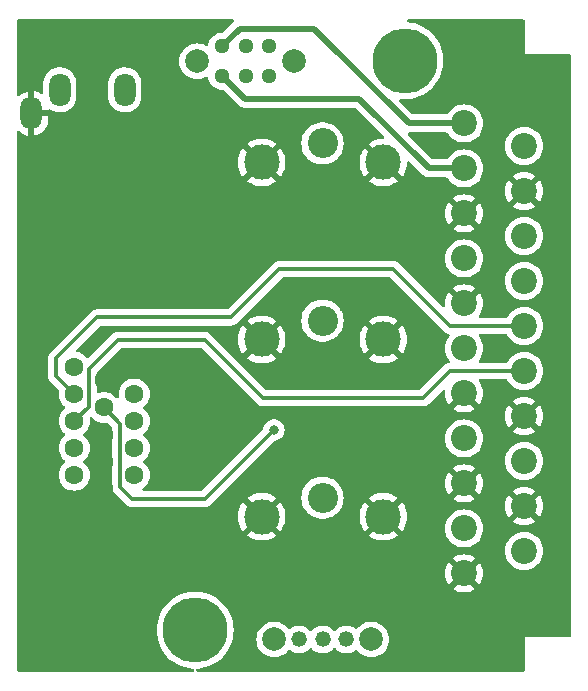
<source format=gbr>
%TF.GenerationSoftware,KiCad,Pcbnew,7.0.11+dfsg-1*%
%TF.CreationDate,2024-03-22T13:59:39+02:00*%
%TF.ProjectId,dexx_video_adapter,64657878-5f76-4696-9465-6f5f61646170,rev?*%
%TF.SameCoordinates,Original*%
%TF.FileFunction,Copper,L2,Bot*%
%TF.FilePolarity,Positive*%
%FSLAX46Y46*%
G04 Gerber Fmt 4.6, Leading zero omitted, Abs format (unit mm)*
G04 Created by KiCad (PCBNEW 7.0.11+dfsg-1) date 2024-03-22 13:59:39*
%MOMM*%
%LPD*%
G01*
G04 APERTURE LIST*
%TA.AperFunction,ComponentPad*%
%ADD10C,1.295400*%
%TD*%
%TA.AperFunction,ComponentPad*%
%ADD11C,2.006600*%
%TD*%
%TA.AperFunction,ComponentPad*%
%ADD12C,2.550000*%
%TD*%
%TA.AperFunction,ComponentPad*%
%ADD13C,3.000000*%
%TD*%
%TA.AperFunction,ComponentPad*%
%ADD14C,5.500000*%
%TD*%
%TA.AperFunction,ComponentPad*%
%ADD15C,1.600000*%
%TD*%
%TA.AperFunction,ComponentPad*%
%ADD16C,4.500000*%
%TD*%
%TA.AperFunction,ComponentPad*%
%ADD17C,1.320800*%
%TD*%
%TA.AperFunction,ComponentPad*%
%ADD18C,2.200000*%
%TD*%
%TA.AperFunction,ComponentPad*%
%ADD19O,1.800000X2.800000*%
%TD*%
%TA.AperFunction,ViaPad*%
%ADD20C,0.800000*%
%TD*%
%TA.AperFunction,Conductor*%
%ADD21C,0.350000*%
%TD*%
%TA.AperFunction,Conductor*%
%ADD22C,0.500000*%
%TD*%
G04 APERTURE END LIST*
D10*
%TO.P,SW2,1,A*%
%TO.N,/AV_AL*%
X46668700Y-17884600D03*
%TO.P,SW2,2,B*%
%TO.N,/AV_AL_SEL*%
X44662100Y-17884600D03*
%TO.P,SW2,3,C*%
%TO.N,/AV_AL_OUT*%
X42655500Y-17884600D03*
%TO.P,SW2,4,A*%
%TO.N,/AV_AR*%
X46668700Y-15395400D03*
%TO.P,SW2,5,B*%
%TO.N,/AV_AR_SEL*%
X44662100Y-15395400D03*
%TO.P,SW2,6,C*%
%TO.N,/AV_AR_OUT*%
X42655500Y-15395400D03*
D11*
%TO.P,SW2,7*%
%TO.N,N/C*%
X48764200Y-16640000D03*
%TO.P,SW2,8*%
X40560000Y-16640000D03*
%TD*%
D12*
%TO.P,J3,1,In*%
%TO.N,/AV_G*%
X51180000Y-38600000D03*
D13*
%TO.P,J3,2,Ext*%
%TO.N,GND*%
X46030000Y-40200000D03*
X56330000Y-40200000D03*
%TD*%
D12*
%TO.P,J4,1,In*%
%TO.N,/AV_B*%
X51180000Y-23600000D03*
D13*
%TO.P,J4,2,Ext*%
%TO.N,GND*%
X46030000Y-25200000D03*
X56330000Y-25200000D03*
%TD*%
D14*
%TO.P,MH2,1*%
%TO.N,N/C*%
X58140000Y-16590000D03*
%TD*%
D15*
%TO.P,J6,1*%
%TO.N,/AV_R*%
X35240000Y-51690000D03*
%TO.P,J6,2*%
%TO.N,/AV_G*%
X35240000Y-49400000D03*
%TO.P,J6,3*%
%TO.N,/AV_B*%
X35240000Y-47110000D03*
%TO.P,J6,4*%
%TO.N,/AV_S_SEL*%
X35240000Y-44820000D03*
%TO.P,J6,5*%
%TO.N,GND*%
X35240000Y-42530000D03*
%TO.P,J6,6*%
X32700000Y-52830000D03*
%TO.P,J6,7*%
X32700000Y-50540000D03*
%TO.P,J6,8*%
X32700000Y-48250000D03*
%TO.P,J6,9*%
%TO.N,/DDC_5V*%
X32700000Y-45960000D03*
D16*
%TO.P,J6,10*%
%TO.N,GND*%
X32700000Y-34870000D03*
D15*
X32700000Y-43670000D03*
D16*
X32700000Y-59870000D03*
D15*
%TO.P,J6,11*%
%TO.N,unconnected-(J6-Pad11)*%
X30160000Y-51690000D03*
%TO.P,J6,12*%
%TO.N,unconnected-(J6-Pad12)*%
X30160000Y-49400000D03*
%TO.P,J6,13*%
%TO.N,/AV_HS*%
X30160000Y-47110000D03*
%TO.P,J6,14*%
%TO.N,/AV_VS*%
X30160000Y-44820000D03*
%TO.P,J6,15*%
%TO.N,unconnected-(J6-Pad15)*%
X30160000Y-42530000D03*
%TD*%
D12*
%TO.P,J2,1,In*%
%TO.N,/AV_R*%
X51180000Y-53600000D03*
D13*
%TO.P,J2,2,Ext*%
%TO.N,GND*%
X46030000Y-55200000D03*
X56330000Y-55200000D03*
%TD*%
D17*
%TO.P,SW1,1,A*%
%TO.N,/AV_S_OUT*%
X49200000Y-65600000D03*
%TO.P,SW1,2,B*%
%TO.N,/AV_S_SEL*%
X51200001Y-65600000D03*
%TO.P,SW1,3,C*%
%TO.N,/AV_S*%
X53200002Y-65600000D03*
D11*
%TO.P,SW1,4*%
%TO.N,N/C*%
X47097901Y-65600000D03*
%TO.P,SW1,5*%
X55302101Y-65600000D03*
%TD*%
D18*
%TO.P,J1,1,P1*%
%TO.N,/AV_AR_OUT*%
X63170000Y-21910000D03*
%TO.P,J1,2,P2*%
%TO.N,/AV_AR*%
X68250000Y-23815000D03*
%TO.P,J1,3,P3*%
%TO.N,/AV_AL_OUT*%
X63170000Y-25720000D03*
%TO.P,J1,4,P4*%
%TO.N,GND*%
X68250000Y-27625000D03*
%TO.P,J1,5,P5*%
X63170000Y-29530000D03*
%TO.P,J1,6,P6*%
%TO.N,/AV_AL*%
X68250000Y-31435000D03*
%TO.P,J1,7,P7*%
%TO.N,/AV_B*%
X63170000Y-33340000D03*
%TO.P,J1,8,P8*%
%TO.N,unconnected-(J1-P8-Pad8)*%
X68250000Y-35245000D03*
%TO.P,J1,9,P9*%
%TO.N,GND*%
X63170000Y-37150000D03*
%TO.P,J1,10,P10*%
%TO.N,/AV_VS*%
X68250000Y-39055000D03*
%TO.P,J1,11,P11*%
%TO.N,/AV_G*%
X63170000Y-40960000D03*
%TO.P,J1,12,P12*%
%TO.N,/AV_HS*%
X68250000Y-42865000D03*
%TO.P,J1,13,P13*%
%TO.N,GND*%
X63170000Y-44770000D03*
%TO.P,J1,14,P14*%
X68250000Y-46675000D03*
%TO.P,J1,15,P15*%
%TO.N,/AV_R*%
X63170000Y-48580000D03*
%TO.P,J1,16,P16*%
%TO.N,/AV_RGB_STATUS*%
X68250000Y-50485000D03*
%TO.P,J1,17,P17*%
%TO.N,GND*%
X63170000Y-52390000D03*
%TO.P,J1,18,P18*%
X68250000Y-54295000D03*
%TO.P,J1,19,P19*%
%TO.N,/AV_S_OUT*%
X63170000Y-56200000D03*
%TO.P,J1,20,P20*%
%TO.N,/AV_S*%
X68250000Y-58105000D03*
%TO.P,J1,21,P21*%
%TO.N,GND*%
X63170000Y-60010000D03*
%TD*%
D19*
%TO.P,J5,R*%
%TO.N,/AV_AR_SEL*%
X34440000Y-19060000D03*
%TO.P,J5,S*%
%TO.N,GND*%
X26540000Y-21060000D03*
%TO.P,J5,T*%
%TO.N,/AV_AL_SEL*%
X28940000Y-19060000D03*
%TD*%
D14*
%TO.P,MH1,1*%
%TO.N,N/C*%
X40400000Y-64810000D03*
%TD*%
D20*
%TO.N,GND*%
X36055000Y-62258400D03*
X51295000Y-26698400D03*
X58915000Y-41938400D03*
X28435000Y-36858400D03*
X66535000Y-21618400D03*
X58915000Y-57178400D03*
X63995000Y-64798400D03*
X46215000Y-21618400D03*
X36055000Y-64798400D03*
X51295000Y-49558400D03*
X41135000Y-29238400D03*
X36055000Y-29238400D03*
X38595000Y-31778400D03*
X69075000Y-62258400D03*
X28435000Y-54638400D03*
X51295000Y-57178400D03*
X53835000Y-31778400D03*
X48755000Y-59718400D03*
X28435000Y-62258400D03*
X30975000Y-19078400D03*
X53835000Y-57178400D03*
X58915000Y-54638400D03*
X30975000Y-31778400D03*
X38595000Y-29238400D03*
X56375000Y-31778400D03*
X41135000Y-26698400D03*
X46215000Y-62258400D03*
X51295000Y-29238400D03*
X48755000Y-39398400D03*
X66535000Y-16538400D03*
X33515000Y-26698400D03*
X53835000Y-29238400D03*
X30975000Y-16538400D03*
X33515000Y-29238400D03*
X69075000Y-21618400D03*
X36055000Y-31778400D03*
X28435000Y-52098400D03*
X38595000Y-24158400D03*
X28435000Y-57178400D03*
X33515000Y-64798400D03*
X28435000Y-29238400D03*
X28435000Y-31778400D03*
X48755000Y-21618400D03*
X28435000Y-26698400D03*
X58915000Y-52098400D03*
X66535000Y-19078400D03*
X46215000Y-31778400D03*
X61455000Y-64798400D03*
X43675000Y-26698400D03*
X48755000Y-29238400D03*
X63995000Y-16538400D03*
X53835000Y-59718400D03*
X38595000Y-26698400D03*
X36055000Y-59718400D03*
X48755000Y-36858400D03*
X66535000Y-64798400D03*
X30975000Y-24158400D03*
X41135000Y-24158400D03*
X46215000Y-59718400D03*
X53835000Y-39398400D03*
X66535000Y-62258400D03*
X53835000Y-41938400D03*
X43675000Y-57178400D03*
X33515000Y-24158400D03*
X30975000Y-26698400D03*
X38595000Y-59718400D03*
X53835000Y-54638400D03*
X28435000Y-64798400D03*
X48755000Y-31778400D03*
X69075000Y-19078400D03*
X38595000Y-16538400D03*
X28435000Y-59718400D03*
X41135000Y-57178400D03*
X43675000Y-34318400D03*
X41135000Y-19078400D03*
X28435000Y-16538400D03*
X56375000Y-52098400D03*
X38595000Y-41938400D03*
X48755000Y-54638400D03*
X51295000Y-59718400D03*
X28435000Y-24158400D03*
X36055000Y-24158400D03*
X36055000Y-34318400D03*
X30975000Y-29238400D03*
X38595000Y-44478400D03*
X28435000Y-47018400D03*
X48755000Y-57178400D03*
X61455000Y-19078400D03*
X58915000Y-64798400D03*
X43675000Y-59718400D03*
X36055000Y-36858400D03*
X36055000Y-26698400D03*
X48755000Y-62258400D03*
X28435000Y-49558400D03*
X56375000Y-59718400D03*
X28435000Y-39398400D03*
X30975000Y-64798400D03*
X58915000Y-39398400D03*
X38595000Y-34318400D03*
X28435000Y-34318400D03*
X38595000Y-36858400D03*
X30975000Y-54638400D03*
X38595000Y-19078400D03*
X63995000Y-19078400D03*
X36055000Y-57178400D03*
X33515000Y-54638400D03*
X51295000Y-31778400D03*
%TO.N,/DDC_5V*%
X47060000Y-47860000D03*
%TD*%
D21*
%TO.N,/AV_HS*%
X46140000Y-45190000D02*
X41190000Y-40240000D01*
X68250000Y-42865000D02*
X61995000Y-42865000D01*
X33880000Y-40240000D02*
X31380000Y-42740000D01*
X61995000Y-42865000D02*
X59670000Y-45190000D01*
X31380000Y-42740000D02*
X31380000Y-45890000D01*
X31380000Y-45890000D02*
X30160000Y-47110000D01*
X41190000Y-40240000D02*
X33880000Y-40240000D01*
X59670000Y-45190000D02*
X46140000Y-45190000D01*
%TO.N,/AV_VS*%
X61995000Y-39055000D02*
X57180000Y-34240000D01*
X68250000Y-39055000D02*
X61995000Y-39055000D01*
X28620000Y-41800000D02*
X28620000Y-43280000D01*
X57180000Y-34240000D02*
X47530000Y-34240000D01*
X47530000Y-34240000D02*
X43430000Y-38340000D01*
X43430000Y-38340000D02*
X32080000Y-38340000D01*
X28620000Y-43280000D02*
X30160000Y-44820000D01*
X32080000Y-38340000D02*
X28620000Y-41800000D01*
%TO.N,/DDC_5V*%
X35060000Y-53690000D02*
X41230000Y-53690000D01*
X41230000Y-53690000D02*
X47060000Y-47860000D01*
X34065000Y-47325000D02*
X34065000Y-52695000D01*
X32700000Y-45960000D02*
X34065000Y-47325000D01*
X34065000Y-52695000D02*
X35060000Y-53690000D01*
D22*
%TO.N,/AV_AR_OUT*%
X50470000Y-13890000D02*
X44160900Y-13890000D01*
X58490000Y-21910000D02*
X50470000Y-13890000D01*
X44160900Y-13890000D02*
X42655500Y-15395400D01*
X63170000Y-21910000D02*
X58490000Y-21910000D01*
%TO.N,/AV_AL_OUT*%
X54300000Y-19810000D02*
X60210000Y-25720000D01*
X42655500Y-17884600D02*
X44580900Y-19810000D01*
X60210000Y-25720000D02*
X63170000Y-25720000D01*
X44580900Y-19810000D02*
X54300000Y-19810000D01*
%TD*%
%TA.AperFunction,Conductor*%
%TO.N,GND*%
G36*
X56912816Y-34943502D02*
G01*
X56933790Y-34960405D01*
X61494387Y-39521002D01*
X61499604Y-39526543D01*
X61538427Y-39570365D01*
X61538428Y-39570366D01*
X61586592Y-39603611D01*
X61592722Y-39608122D01*
X61638800Y-39644222D01*
X61638802Y-39644223D01*
X61647403Y-39648094D01*
X61667268Y-39659297D01*
X61675030Y-39664655D01*
X61729761Y-39685411D01*
X61736784Y-39688319D01*
X61790163Y-39712344D01*
X61799435Y-39714043D01*
X61821402Y-39720166D01*
X61830226Y-39723513D01*
X61851219Y-39726061D01*
X61916431Y-39754126D01*
X61956120Y-39812993D01*
X61957682Y-39883973D01*
X61931846Y-39932973D01*
X61864671Y-40011625D01*
X61732383Y-40227499D01*
X61635494Y-40461410D01*
X61576391Y-40707597D01*
X61556526Y-40960000D01*
X61576391Y-41212402D01*
X61635494Y-41458589D01*
X61729567Y-41685700D01*
X61732384Y-41692502D01*
X61864672Y-41908376D01*
X61931846Y-41987026D01*
X61960876Y-42051814D01*
X61950271Y-42122014D01*
X61903397Y-42175336D01*
X61851226Y-42193936D01*
X61830227Y-42196486D01*
X61830223Y-42196487D01*
X61821392Y-42199836D01*
X61799446Y-42205954D01*
X61790166Y-42207655D01*
X61790165Y-42207655D01*
X61736802Y-42231671D01*
X61729778Y-42234580D01*
X61675031Y-42255345D01*
X61675021Y-42255350D01*
X61667255Y-42260710D01*
X61647408Y-42271903D01*
X61638807Y-42275774D01*
X61592724Y-42311877D01*
X61586597Y-42316385D01*
X61538425Y-42349636D01*
X61499604Y-42393455D01*
X61494388Y-42398995D01*
X59423790Y-44469595D01*
X59361478Y-44503620D01*
X59334695Y-44506500D01*
X46475305Y-44506500D01*
X46407184Y-44486498D01*
X46386210Y-44469595D01*
X42116619Y-40200004D01*
X44017308Y-40200004D01*
X44036052Y-40474048D01*
X44036053Y-40474054D01*
X44091942Y-40743011D01*
X44091944Y-40743019D01*
X44183938Y-41001865D01*
X44310314Y-41245756D01*
X44310316Y-41245759D01*
X44440541Y-41430248D01*
X45166177Y-40704612D01*
X45235146Y-40815263D01*
X45375268Y-40962671D01*
X45523420Y-41065788D01*
X44800715Y-41788492D01*
X44800715Y-41788494D01*
X44869313Y-41844304D01*
X44869318Y-41844307D01*
X45104030Y-41987038D01*
X45355989Y-42096480D01*
X45620509Y-42170595D01*
X45892635Y-42207999D01*
X45892649Y-42208000D01*
X46167351Y-42208000D01*
X46167364Y-42207999D01*
X46439490Y-42170595D01*
X46704010Y-42096480D01*
X46955969Y-41987038D01*
X47190679Y-41844309D01*
X47259283Y-41788493D01*
X47259283Y-41788492D01*
X46534488Y-41063697D01*
X46604214Y-41024996D01*
X46758531Y-40892520D01*
X46883021Y-40731692D01*
X46895487Y-40706277D01*
X47619457Y-41430247D01*
X47749682Y-41245762D01*
X47749685Y-41245756D01*
X47876061Y-41001865D01*
X47968055Y-40743019D01*
X47968057Y-40743011D01*
X48023946Y-40474054D01*
X48023947Y-40474048D01*
X48042692Y-40200004D01*
X48042692Y-40199995D01*
X48023947Y-39925951D01*
X48023946Y-39925945D01*
X47968057Y-39656988D01*
X47968055Y-39656980D01*
X47876061Y-39398134D01*
X47749685Y-39154243D01*
X47749681Y-39154237D01*
X47619457Y-38969750D01*
X46893821Y-39695385D01*
X46824854Y-39584737D01*
X46684732Y-39437329D01*
X46536578Y-39334210D01*
X47259283Y-38611504D01*
X47245143Y-38600000D01*
X49391499Y-38600000D01*
X49411475Y-38866565D01*
X49470957Y-39127171D01*
X49470958Y-39127173D01*
X49568612Y-39375995D01*
X49568614Y-39375999D01*
X49702268Y-39607494D01*
X49702270Y-39607497D01*
X49702271Y-39607498D01*
X49741738Y-39656988D01*
X49868939Y-39816494D01*
X49986901Y-39925945D01*
X50064888Y-39998306D01*
X50064894Y-39998310D01*
X50285740Y-40148881D01*
X50285744Y-40148883D01*
X50285750Y-40148887D01*
X50526587Y-40264869D01*
X50695402Y-40316941D01*
X50782010Y-40343657D01*
X50782012Y-40343657D01*
X50782021Y-40343660D01*
X51046345Y-40383500D01*
X51046349Y-40383500D01*
X51313651Y-40383500D01*
X51313655Y-40383500D01*
X51577979Y-40343660D01*
X51577989Y-40343657D01*
X51833404Y-40264872D01*
X51833406Y-40264871D01*
X51833413Y-40264869D01*
X51968106Y-40200004D01*
X54317308Y-40200004D01*
X54336052Y-40474048D01*
X54336053Y-40474054D01*
X54391942Y-40743011D01*
X54391944Y-40743019D01*
X54483938Y-41001865D01*
X54610314Y-41245756D01*
X54610316Y-41245759D01*
X54740541Y-41430248D01*
X55466177Y-40704612D01*
X55535146Y-40815263D01*
X55675268Y-40962671D01*
X55823420Y-41065788D01*
X55100715Y-41788492D01*
X55100715Y-41788494D01*
X55169313Y-41844304D01*
X55169318Y-41844307D01*
X55404030Y-41987038D01*
X55655989Y-42096480D01*
X55920509Y-42170595D01*
X56192635Y-42207999D01*
X56192649Y-42208000D01*
X56467351Y-42208000D01*
X56467364Y-42207999D01*
X56739490Y-42170595D01*
X57004010Y-42096480D01*
X57255969Y-41987038D01*
X57490679Y-41844309D01*
X57559283Y-41788493D01*
X57559283Y-41788492D01*
X56834488Y-41063697D01*
X56904214Y-41024996D01*
X57058531Y-40892520D01*
X57183021Y-40731692D01*
X57195487Y-40706277D01*
X57919457Y-41430247D01*
X58049682Y-41245762D01*
X58049685Y-41245756D01*
X58176061Y-41001865D01*
X58268055Y-40743019D01*
X58268057Y-40743011D01*
X58323946Y-40474054D01*
X58323947Y-40474048D01*
X58342692Y-40200004D01*
X58342692Y-40199995D01*
X58323947Y-39925951D01*
X58323946Y-39925945D01*
X58268057Y-39656988D01*
X58268055Y-39656980D01*
X58176061Y-39398134D01*
X58049685Y-39154243D01*
X58049681Y-39154237D01*
X57919457Y-38969750D01*
X57193821Y-39695385D01*
X57124854Y-39584737D01*
X56984732Y-39437329D01*
X56836578Y-39334210D01*
X57559283Y-38611504D01*
X57490680Y-38555691D01*
X57255969Y-38412961D01*
X57004010Y-38303519D01*
X56739490Y-38229404D01*
X56467364Y-38192000D01*
X56192635Y-38192000D01*
X55920509Y-38229404D01*
X55655989Y-38303519D01*
X55404030Y-38412961D01*
X55169325Y-38555687D01*
X55100715Y-38611505D01*
X55100714Y-38611505D01*
X55825511Y-39336302D01*
X55755786Y-39375004D01*
X55601469Y-39507480D01*
X55476979Y-39668308D01*
X55464512Y-39693721D01*
X54740541Y-38969750D01*
X54610317Y-39154236D01*
X54483938Y-39398134D01*
X54391944Y-39656980D01*
X54391942Y-39656988D01*
X54336053Y-39925945D01*
X54336052Y-39925951D01*
X54317308Y-40199995D01*
X54317308Y-40200004D01*
X51968106Y-40200004D01*
X52074251Y-40148887D01*
X52295112Y-39998306D01*
X52491064Y-39816490D01*
X52657729Y-39607498D01*
X52791384Y-39376002D01*
X52889043Y-39127170D01*
X52948525Y-38866562D01*
X52968501Y-38600000D01*
X52948525Y-38333438D01*
X52889043Y-38072830D01*
X52814255Y-37882272D01*
X52791387Y-37824004D01*
X52791385Y-37824000D01*
X52771306Y-37789223D01*
X52699257Y-37664430D01*
X52657731Y-37592505D01*
X52637885Y-37567619D01*
X52491064Y-37383510D01*
X52491063Y-37383509D01*
X52491060Y-37383505D01*
X52295117Y-37201699D01*
X52295111Y-37201693D01*
X52158953Y-37108862D01*
X52074251Y-37051113D01*
X51859187Y-36947543D01*
X51833416Y-36935132D01*
X51833404Y-36935127D01*
X51577989Y-36856342D01*
X51577981Y-36856340D01*
X51577979Y-36856340D01*
X51313655Y-36816500D01*
X51046345Y-36816500D01*
X50782021Y-36856340D01*
X50782019Y-36856340D01*
X50782010Y-36856342D01*
X50526583Y-36935132D01*
X50285748Y-37051114D01*
X50285740Y-37051118D01*
X50064894Y-37201689D01*
X50064882Y-37201699D01*
X49868939Y-37383505D01*
X49702268Y-37592505D01*
X49568614Y-37824000D01*
X49568612Y-37824004D01*
X49470958Y-38072826D01*
X49470957Y-38072828D01*
X49411475Y-38333434D01*
X49391499Y-38600000D01*
X47245143Y-38600000D01*
X47190680Y-38555691D01*
X46955969Y-38412961D01*
X46704010Y-38303519D01*
X46439490Y-38229404D01*
X46167364Y-38192000D01*
X45892635Y-38192000D01*
X45620509Y-38229404D01*
X45355989Y-38303519D01*
X45104030Y-38412961D01*
X44869325Y-38555687D01*
X44800715Y-38611505D01*
X44800714Y-38611505D01*
X45525511Y-39336302D01*
X45455786Y-39375004D01*
X45301469Y-39507480D01*
X45176979Y-39668308D01*
X45164512Y-39693721D01*
X44440541Y-38969750D01*
X44310317Y-39154236D01*
X44183938Y-39398134D01*
X44091944Y-39656980D01*
X44091942Y-39656988D01*
X44036053Y-39925945D01*
X44036052Y-39925951D01*
X44017308Y-40199995D01*
X44017308Y-40200004D01*
X42116619Y-40200004D01*
X41690604Y-39773989D01*
X41685394Y-39768455D01*
X41646573Y-39724635D01*
X41598398Y-39691382D01*
X41592268Y-39686871D01*
X41546197Y-39650777D01*
X41546193Y-39650774D01*
X41537599Y-39646907D01*
X41517735Y-39635704D01*
X41509973Y-39630346D01*
X41509970Y-39630345D01*
X41455238Y-39609588D01*
X41448206Y-39606675D01*
X41394839Y-39582656D01*
X41394836Y-39582655D01*
X41385554Y-39580954D01*
X41363600Y-39574833D01*
X41354778Y-39571488D01*
X41354769Y-39571485D01*
X41296663Y-39564430D01*
X41289140Y-39563285D01*
X41231573Y-39552736D01*
X41231572Y-39552736D01*
X41205852Y-39554291D01*
X41173148Y-39556270D01*
X41165541Y-39556500D01*
X33904459Y-39556500D01*
X33896852Y-39556270D01*
X33879459Y-39555218D01*
X33838428Y-39552736D01*
X33838427Y-39552736D01*
X33838425Y-39552736D01*
X33780857Y-39563285D01*
X33773336Y-39564430D01*
X33715230Y-39571485D01*
X33710381Y-39573324D01*
X33706397Y-39574835D01*
X33684440Y-39580955D01*
X33679862Y-39581794D01*
X33675162Y-39582656D01*
X33621788Y-39606677D01*
X33614760Y-39609588D01*
X33560030Y-39630345D01*
X33560025Y-39630347D01*
X33552255Y-39635710D01*
X33532408Y-39646903D01*
X33523807Y-39650774D01*
X33523803Y-39650776D01*
X33523803Y-39650777D01*
X33477732Y-39686871D01*
X33477724Y-39686877D01*
X33471597Y-39691385D01*
X33423425Y-39724636D01*
X33384604Y-39768455D01*
X33379388Y-39773995D01*
X31396540Y-41756843D01*
X31334228Y-41790869D01*
X31263413Y-41785804D01*
X31206577Y-41743257D01*
X31204258Y-41740055D01*
X31166198Y-41685700D01*
X31004300Y-41523802D01*
X30930683Y-41472255D01*
X30816749Y-41392477D01*
X30609246Y-41295717D01*
X30609240Y-41295715D01*
X30564056Y-41283608D01*
X30411236Y-41242659D01*
X30350615Y-41205709D01*
X30319594Y-41141849D01*
X30328022Y-41071354D01*
X30354751Y-41031862D01*
X32326210Y-39060405D01*
X32388522Y-39026379D01*
X32415305Y-39023500D01*
X43405541Y-39023500D01*
X43413148Y-39023730D01*
X43417568Y-39023997D01*
X43471572Y-39027264D01*
X43529165Y-39016709D01*
X43536639Y-39015571D01*
X43594774Y-39008513D01*
X43603590Y-39005169D01*
X43625570Y-38999042D01*
X43625634Y-38999030D01*
X43634837Y-38997344D01*
X43688222Y-38973316D01*
X43695240Y-38970409D01*
X43749971Y-38949654D01*
X43757729Y-38944298D01*
X43777592Y-38933095D01*
X43786197Y-38929223D01*
X43832288Y-38893112D01*
X43838402Y-38888614D01*
X43870347Y-38866565D01*
X43886573Y-38855365D01*
X43925404Y-38811532D01*
X43930589Y-38806024D01*
X47776210Y-34960405D01*
X47838522Y-34926379D01*
X47865305Y-34923500D01*
X56844695Y-34923500D01*
X56912816Y-34943502D01*
G37*
%TD.AperFunction*%
%TA.AperFunction,Conductor*%
G36*
X68241598Y-13110847D02*
G01*
X68288102Y-13164492D01*
X68299500Y-13216859D01*
X68299500Y-15975072D01*
X68299415Y-15975500D01*
X68299458Y-15999999D01*
X68299500Y-16000099D01*
X68299617Y-16000383D01*
X68300000Y-16000541D01*
X68300002Y-16000539D01*
X68325014Y-16000524D01*
X68325014Y-16000528D01*
X68325158Y-16000500D01*
X72083500Y-16000500D01*
X72151621Y-16020502D01*
X72198114Y-16074158D01*
X72209500Y-16126500D01*
X72209500Y-65273500D01*
X72189498Y-65341621D01*
X72135842Y-65388114D01*
X72083500Y-65399500D01*
X68325158Y-65399500D01*
X68324952Y-65399459D01*
X68299998Y-65399459D01*
X68299901Y-65399499D01*
X68299696Y-65399584D01*
X68299618Y-65399615D01*
X68299617Y-65399617D01*
X68299459Y-65400000D01*
X68299476Y-65425014D01*
X68299471Y-65425014D01*
X68299500Y-65425157D01*
X68299500Y-68193500D01*
X68279498Y-68261621D01*
X68225842Y-68308114D01*
X68173500Y-68319500D01*
X40592694Y-68319500D01*
X40524573Y-68299498D01*
X40478080Y-68245842D01*
X40467976Y-68175568D01*
X40497470Y-68110988D01*
X40557196Y-68072604D01*
X40579071Y-68068239D01*
X40596777Y-68066313D01*
X40927941Y-68030297D01*
X41273021Y-67954339D01*
X41607867Y-67841517D01*
X41928551Y-67693152D01*
X42231314Y-67510986D01*
X42512607Y-67297153D01*
X42769131Y-67054160D01*
X42997879Y-66784857D01*
X43196170Y-66492400D01*
X43361678Y-66180218D01*
X43492463Y-65851972D01*
X43562423Y-65600000D01*
X45581426Y-65600000D01*
X45600096Y-65837229D01*
X45655648Y-66068617D01*
X45746712Y-66288465D01*
X45870856Y-66491051D01*
X45871048Y-66491363D01*
X45871049Y-66491365D01*
X46025590Y-66672310D01*
X46206535Y-66826851D01*
X46206539Y-66826854D01*
X46409436Y-66951189D01*
X46629284Y-67042253D01*
X46860672Y-67097805D01*
X47097901Y-67116475D01*
X47335130Y-67097805D01*
X47566518Y-67042253D01*
X47786366Y-66951189D01*
X47989263Y-66826854D01*
X48170211Y-66672310D01*
X48291876Y-66529857D01*
X48351324Y-66491051D01*
X48422319Y-66490543D01*
X48472571Y-66518575D01*
X48492559Y-66536797D01*
X48492561Y-66536798D01*
X48492562Y-66536799D01*
X48676744Y-66650839D01*
X48878745Y-66729095D01*
X49091685Y-66768900D01*
X49091687Y-66768900D01*
X49308313Y-66768900D01*
X49308315Y-66768900D01*
X49521255Y-66729095D01*
X49723256Y-66650839D01*
X49907438Y-66536799D01*
X50067528Y-66390857D01*
X50099449Y-66348587D01*
X50156462Y-66306278D01*
X50227298Y-66301510D01*
X50289468Y-66335795D01*
X50300550Y-66348585D01*
X50332471Y-66390856D01*
X50492560Y-66536797D01*
X50492562Y-66536798D01*
X50492563Y-66536799D01*
X50676745Y-66650839D01*
X50878746Y-66729095D01*
X51091686Y-66768900D01*
X51091688Y-66768900D01*
X51308314Y-66768900D01*
X51308316Y-66768900D01*
X51521256Y-66729095D01*
X51723257Y-66650839D01*
X51907439Y-66536799D01*
X52067529Y-66390857D01*
X52099450Y-66348587D01*
X52156463Y-66306278D01*
X52227299Y-66301510D01*
X52289469Y-66335795D01*
X52300551Y-66348585D01*
X52332472Y-66390856D01*
X52492561Y-66536797D01*
X52492563Y-66536798D01*
X52492564Y-66536799D01*
X52676746Y-66650839D01*
X52878747Y-66729095D01*
X53091687Y-66768900D01*
X53091689Y-66768900D01*
X53308315Y-66768900D01*
X53308317Y-66768900D01*
X53521257Y-66729095D01*
X53723258Y-66650839D01*
X53907440Y-66536799D01*
X53927431Y-66518574D01*
X53991247Y-66487464D01*
X54061753Y-66495794D01*
X54108127Y-66529860D01*
X54229790Y-66672310D01*
X54410735Y-66826851D01*
X54410739Y-66826854D01*
X54613636Y-66951189D01*
X54833484Y-67042253D01*
X55064872Y-67097805D01*
X55302101Y-67116475D01*
X55539330Y-67097805D01*
X55770718Y-67042253D01*
X55990566Y-66951189D01*
X56193463Y-66826854D01*
X56374411Y-66672310D01*
X56528955Y-66491362D01*
X56653290Y-66288465D01*
X56744354Y-66068617D01*
X56799906Y-65837229D01*
X56818576Y-65600000D01*
X56799906Y-65362771D01*
X56744354Y-65131383D01*
X56653290Y-64911535D01*
X56528955Y-64708638D01*
X56528952Y-64708634D01*
X56374411Y-64527689D01*
X56193466Y-64373148D01*
X56193464Y-64373147D01*
X56193463Y-64373146D01*
X55990566Y-64248811D01*
X55770718Y-64157747D01*
X55770716Y-64157746D01*
X55770715Y-64157746D01*
X55646192Y-64127850D01*
X55539330Y-64102195D01*
X55539331Y-64102195D01*
X55302101Y-64083525D01*
X55064871Y-64102195D01*
X54833486Y-64157746D01*
X54613637Y-64248810D01*
X54410737Y-64373147D01*
X54410735Y-64373148D01*
X54229793Y-64527687D01*
X54108127Y-64670140D01*
X54048676Y-64708949D01*
X53977682Y-64709455D01*
X53927430Y-64681424D01*
X53907442Y-64663202D01*
X53723258Y-64549161D01*
X53723251Y-64549158D01*
X53521264Y-64470907D01*
X53521261Y-64470906D01*
X53521258Y-64470905D01*
X53521257Y-64470905D01*
X53308317Y-64431100D01*
X53091687Y-64431100D01*
X52878747Y-64470905D01*
X52878742Y-64470906D01*
X52878739Y-64470907D01*
X52676752Y-64549158D01*
X52676745Y-64549161D01*
X52492561Y-64663202D01*
X52332471Y-64809144D01*
X52300550Y-64851415D01*
X52243536Y-64893722D01*
X52172700Y-64898489D01*
X52110531Y-64864202D01*
X52099451Y-64851415D01*
X52067529Y-64809143D01*
X52067526Y-64809140D01*
X51907441Y-64663202D01*
X51723257Y-64549161D01*
X51723250Y-64549158D01*
X51521263Y-64470907D01*
X51521260Y-64470906D01*
X51521257Y-64470905D01*
X51521256Y-64470905D01*
X51308316Y-64431100D01*
X51091686Y-64431100D01*
X50878746Y-64470905D01*
X50878741Y-64470906D01*
X50878738Y-64470907D01*
X50676751Y-64549158D01*
X50676744Y-64549161D01*
X50492560Y-64663202D01*
X50332470Y-64809144D01*
X50300549Y-64851415D01*
X50243535Y-64893722D01*
X50172699Y-64898489D01*
X50110530Y-64864202D01*
X50099450Y-64851415D01*
X50067528Y-64809143D01*
X50067525Y-64809140D01*
X49907440Y-64663202D01*
X49723256Y-64549161D01*
X49723249Y-64549158D01*
X49521262Y-64470907D01*
X49521259Y-64470906D01*
X49521256Y-64470905D01*
X49521255Y-64470905D01*
X49308315Y-64431100D01*
X49091685Y-64431100D01*
X48878745Y-64470905D01*
X48878740Y-64470906D01*
X48878737Y-64470907D01*
X48676750Y-64549158D01*
X48676743Y-64549161D01*
X48492562Y-64663200D01*
X48492556Y-64663205D01*
X48472567Y-64681427D01*
X48408749Y-64712536D01*
X48338243Y-64704203D01*
X48291874Y-64670139D01*
X48170211Y-64527689D01*
X47989266Y-64373148D01*
X47989264Y-64373147D01*
X47989263Y-64373146D01*
X47786366Y-64248811D01*
X47566518Y-64157747D01*
X47566516Y-64157746D01*
X47566515Y-64157746D01*
X47441992Y-64127850D01*
X47335130Y-64102195D01*
X47335131Y-64102195D01*
X47097901Y-64083525D01*
X46860671Y-64102195D01*
X46629286Y-64157746D01*
X46409437Y-64248810D01*
X46206537Y-64373147D01*
X46206535Y-64373148D01*
X46025590Y-64527689D01*
X45871049Y-64708634D01*
X45871048Y-64708636D01*
X45746711Y-64911536D01*
X45655647Y-65131385D01*
X45600096Y-65362770D01*
X45600096Y-65362771D01*
X45581426Y-65600000D01*
X43562423Y-65600000D01*
X43586992Y-65511510D01*
X43644156Y-65162823D01*
X43663286Y-64810000D01*
X43663239Y-64809140D01*
X43660478Y-64758221D01*
X43644156Y-64457177D01*
X43586992Y-64108490D01*
X43492463Y-63768028D01*
X43361678Y-63439782D01*
X43196170Y-63127600D01*
X42997879Y-62835143D01*
X42769131Y-62565840D01*
X42769126Y-62565835D01*
X42512621Y-62322859D01*
X42512606Y-62322846D01*
X42231318Y-62109017D01*
X42231312Y-62109013D01*
X41928551Y-61926848D01*
X41928545Y-61926845D01*
X41607884Y-61778490D01*
X41607865Y-61778482D01*
X41273030Y-61665664D01*
X41273029Y-61665663D01*
X41273021Y-61665661D01*
X41273016Y-61665659D01*
X41273013Y-61665659D01*
X40927957Y-61589706D01*
X40927944Y-61589703D01*
X40927941Y-61589703D01*
X40927938Y-61589702D01*
X40927929Y-61589701D01*
X40576678Y-61551500D01*
X40576671Y-61551500D01*
X40223329Y-61551500D01*
X40223321Y-61551500D01*
X39872070Y-61589701D01*
X39872042Y-61589706D01*
X39526986Y-61665659D01*
X39526969Y-61665664D01*
X39192134Y-61778482D01*
X39192115Y-61778490D01*
X38871454Y-61926845D01*
X38871447Y-61926849D01*
X38568687Y-62109013D01*
X38568681Y-62109017D01*
X38287393Y-62322846D01*
X38287378Y-62322859D01*
X38030873Y-62565835D01*
X38030869Y-62565840D01*
X37802121Y-62835143D01*
X37603830Y-63127600D01*
X37603827Y-63127605D01*
X37603826Y-63127607D01*
X37438321Y-63439784D01*
X37438317Y-63439793D01*
X37307537Y-63768027D01*
X37213006Y-64108494D01*
X37155844Y-64457176D01*
X37136714Y-64809997D01*
X37136714Y-64810002D01*
X37155844Y-65162823D01*
X37213006Y-65511505D01*
X37237577Y-65600000D01*
X37307537Y-65851972D01*
X37438322Y-66180218D01*
X37603830Y-66492400D01*
X37802121Y-66784857D01*
X38030869Y-67054160D01*
X38030872Y-67054162D01*
X38030873Y-67054164D01*
X38287378Y-67297140D01*
X38287393Y-67297153D01*
X38568686Y-67510986D01*
X38871449Y-67693152D01*
X39028164Y-67765656D01*
X39192115Y-67841509D01*
X39192122Y-67841512D01*
X39192133Y-67841517D01*
X39526979Y-67954339D01*
X39872059Y-68030297D01*
X40194166Y-68065328D01*
X40220929Y-68068239D01*
X40286488Y-68095489D01*
X40326907Y-68153856D01*
X40329354Y-68224811D01*
X40293051Y-68285824D01*
X40229525Y-68317525D01*
X40207306Y-68319500D01*
X25436500Y-68319500D01*
X25368379Y-68299498D01*
X25321886Y-68245842D01*
X25310500Y-68193500D01*
X25310500Y-60010000D01*
X61557028Y-60010000D01*
X61576886Y-60262323D01*
X61635971Y-60508434D01*
X61732830Y-60742272D01*
X61864177Y-60956611D01*
X61864178Y-60956611D01*
X62566065Y-60254724D01*
X62577188Y-60288956D01*
X62665186Y-60427619D01*
X62784903Y-60540040D01*
X62923160Y-60616048D01*
X62223387Y-61315820D01*
X62223387Y-61315822D01*
X62437727Y-61447169D01*
X62671565Y-61544028D01*
X62917676Y-61603113D01*
X63170000Y-61622971D01*
X63422323Y-61603113D01*
X63668434Y-61544028D01*
X63902277Y-61447167D01*
X64116611Y-61315822D01*
X64116611Y-61315820D01*
X63413482Y-60612691D01*
X63485629Y-60584126D01*
X63618492Y-60487595D01*
X63723175Y-60361055D01*
X63773441Y-60254232D01*
X64475820Y-60956611D01*
X64475822Y-60956611D01*
X64607167Y-60742277D01*
X64704028Y-60508434D01*
X64763113Y-60262323D01*
X64782971Y-60010000D01*
X64763113Y-59757676D01*
X64704028Y-59511565D01*
X64607169Y-59277727D01*
X64475822Y-59063387D01*
X64475820Y-59063387D01*
X63773933Y-59765273D01*
X63762812Y-59731044D01*
X63674814Y-59592381D01*
X63555097Y-59479960D01*
X63416839Y-59403951D01*
X64116611Y-58704178D01*
X64116611Y-58704177D01*
X63902272Y-58572830D01*
X63668434Y-58475971D01*
X63422323Y-58416886D01*
X63170000Y-58397028D01*
X62917676Y-58416886D01*
X62671565Y-58475971D01*
X62437727Y-58572830D01*
X62223387Y-58704176D01*
X62223387Y-58704178D01*
X62926517Y-59407308D01*
X62854371Y-59435874D01*
X62721508Y-59532405D01*
X62616825Y-59658945D01*
X62566558Y-59765767D01*
X61864178Y-59063387D01*
X61864176Y-59063387D01*
X61732830Y-59277727D01*
X61635971Y-59511565D01*
X61576886Y-59757676D01*
X61557028Y-60010000D01*
X25310500Y-60010000D01*
X25310500Y-58105000D01*
X66636526Y-58105000D01*
X66656391Y-58357403D01*
X66675062Y-58435177D01*
X66715494Y-58603589D01*
X66757159Y-58704176D01*
X66812384Y-58837502D01*
X66944672Y-59053376D01*
X67109102Y-59245898D01*
X67301624Y-59410328D01*
X67517498Y-59542616D01*
X67751409Y-59639505D01*
X67997597Y-59698609D01*
X68250000Y-59718474D01*
X68502403Y-59698609D01*
X68748591Y-59639505D01*
X68982502Y-59542616D01*
X69198376Y-59410328D01*
X69390898Y-59245898D01*
X69555328Y-59053376D01*
X69687616Y-58837502D01*
X69784505Y-58603591D01*
X69843609Y-58357403D01*
X69863474Y-58105000D01*
X69843609Y-57852597D01*
X69784505Y-57606409D01*
X69687616Y-57372498D01*
X69555328Y-57156624D01*
X69390898Y-56964102D01*
X69198376Y-56799672D01*
X68982502Y-56667384D01*
X68748591Y-56570495D01*
X68748589Y-56570494D01*
X68580177Y-56530062D01*
X68502403Y-56511391D01*
X68250000Y-56491526D01*
X67997597Y-56511391D01*
X67751410Y-56570494D01*
X67517499Y-56667383D01*
X67301625Y-56799671D01*
X67109102Y-56964102D01*
X66944671Y-57156625D01*
X66812383Y-57372499D01*
X66715494Y-57606410D01*
X66656391Y-57852597D01*
X66636526Y-58105000D01*
X25310500Y-58105000D01*
X25310500Y-55200004D01*
X44017308Y-55200004D01*
X44036052Y-55474048D01*
X44036053Y-55474054D01*
X44091942Y-55743011D01*
X44091944Y-55743019D01*
X44183938Y-56001865D01*
X44310314Y-56245756D01*
X44310316Y-56245759D01*
X44440541Y-56430248D01*
X45166177Y-55704612D01*
X45235146Y-55815263D01*
X45375268Y-55962671D01*
X45523420Y-56065788D01*
X44800715Y-56788492D01*
X44800715Y-56788494D01*
X44869313Y-56844304D01*
X44869318Y-56844307D01*
X45104030Y-56987038D01*
X45355989Y-57096480D01*
X45620509Y-57170595D01*
X45892635Y-57207999D01*
X45892649Y-57208000D01*
X46167351Y-57208000D01*
X46167364Y-57207999D01*
X46439490Y-57170595D01*
X46704010Y-57096480D01*
X46955969Y-56987038D01*
X47190679Y-56844309D01*
X47259283Y-56788493D01*
X47259283Y-56788492D01*
X46534488Y-56063697D01*
X46604214Y-56024996D01*
X46758531Y-55892520D01*
X46883021Y-55731692D01*
X46895487Y-55706277D01*
X47619457Y-56430247D01*
X47749682Y-56245762D01*
X47749685Y-56245756D01*
X47876061Y-56001865D01*
X47968055Y-55743019D01*
X47968057Y-55743011D01*
X48023946Y-55474054D01*
X48023947Y-55474048D01*
X48042692Y-55200004D01*
X48042692Y-55199995D01*
X48023947Y-54925951D01*
X48023946Y-54925945D01*
X47968057Y-54656988D01*
X47968055Y-54656980D01*
X47876061Y-54398134D01*
X47749685Y-54154243D01*
X47749681Y-54154237D01*
X47619457Y-53969750D01*
X46893821Y-54695385D01*
X46824854Y-54584737D01*
X46684732Y-54437329D01*
X46536578Y-54334210D01*
X47259283Y-53611504D01*
X47245143Y-53600000D01*
X49391499Y-53600000D01*
X49411475Y-53866565D01*
X49470957Y-54127171D01*
X49470958Y-54127173D01*
X49568612Y-54375995D01*
X49568614Y-54375999D01*
X49702268Y-54607494D01*
X49702270Y-54607497D01*
X49702271Y-54607498D01*
X49741738Y-54656988D01*
X49868939Y-54816494D01*
X50010730Y-54948055D01*
X50064888Y-54998306D01*
X50064894Y-54998310D01*
X50285740Y-55148881D01*
X50285744Y-55148883D01*
X50285750Y-55148887D01*
X50526587Y-55264869D01*
X50695402Y-55316941D01*
X50782010Y-55343657D01*
X50782012Y-55343657D01*
X50782021Y-55343660D01*
X51046345Y-55383500D01*
X51046349Y-55383500D01*
X51313651Y-55383500D01*
X51313655Y-55383500D01*
X51577979Y-55343660D01*
X51577989Y-55343657D01*
X51833404Y-55264872D01*
X51833406Y-55264871D01*
X51833413Y-55264869D01*
X51968106Y-55200004D01*
X54317308Y-55200004D01*
X54336052Y-55474048D01*
X54336053Y-55474054D01*
X54391942Y-55743011D01*
X54391944Y-55743019D01*
X54483938Y-56001865D01*
X54610314Y-56245756D01*
X54610316Y-56245759D01*
X54740541Y-56430248D01*
X55466177Y-55704612D01*
X55535146Y-55815263D01*
X55675268Y-55962671D01*
X55823420Y-56065788D01*
X55100715Y-56788492D01*
X55100715Y-56788494D01*
X55169313Y-56844304D01*
X55169318Y-56844307D01*
X55404030Y-56987038D01*
X55655989Y-57096480D01*
X55920509Y-57170595D01*
X56192635Y-57207999D01*
X56192649Y-57208000D01*
X56467351Y-57208000D01*
X56467364Y-57207999D01*
X56739490Y-57170595D01*
X57004010Y-57096480D01*
X57255969Y-56987038D01*
X57490679Y-56844309D01*
X57559283Y-56788493D01*
X57559283Y-56788492D01*
X56834488Y-56063697D01*
X56904214Y-56024996D01*
X57058531Y-55892520D01*
X57183021Y-55731692D01*
X57195487Y-55706277D01*
X57919457Y-56430247D01*
X58049682Y-56245762D01*
X58049685Y-56245756D01*
X58073394Y-56200000D01*
X61556526Y-56200000D01*
X61576391Y-56452402D01*
X61635494Y-56698589D01*
X61677364Y-56799671D01*
X61732384Y-56932502D01*
X61864672Y-57148376D01*
X62029102Y-57340898D01*
X62221624Y-57505328D01*
X62437498Y-57637616D01*
X62671409Y-57734505D01*
X62917597Y-57793609D01*
X63170000Y-57813474D01*
X63422403Y-57793609D01*
X63668591Y-57734505D01*
X63902502Y-57637616D01*
X64118376Y-57505328D01*
X64310898Y-57340898D01*
X64475328Y-57148376D01*
X64607616Y-56932502D01*
X64704505Y-56698591D01*
X64763609Y-56452403D01*
X64783474Y-56200000D01*
X64763609Y-55947597D01*
X64704505Y-55701409D01*
X64607616Y-55467498D01*
X64475328Y-55251624D01*
X64310898Y-55059102D01*
X64118376Y-54894672D01*
X63902502Y-54762384D01*
X63675383Y-54668308D01*
X63668589Y-54665494D01*
X63500177Y-54625062D01*
X63422403Y-54606391D01*
X63170000Y-54586526D01*
X62917597Y-54606391D01*
X62671410Y-54665494D01*
X62437499Y-54762383D01*
X62221625Y-54894671D01*
X62029102Y-55059102D01*
X61864671Y-55251625D01*
X61732383Y-55467499D01*
X61635494Y-55701410D01*
X61576391Y-55947597D01*
X61556526Y-56200000D01*
X58073394Y-56200000D01*
X58176061Y-56001865D01*
X58268055Y-55743019D01*
X58268057Y-55743011D01*
X58323946Y-55474054D01*
X58323947Y-55474048D01*
X58342692Y-55200004D01*
X58342692Y-55199995D01*
X58323947Y-54925951D01*
X58323946Y-54925945D01*
X58268057Y-54656988D01*
X58268055Y-54656980D01*
X58176061Y-54398134D01*
X58122620Y-54295000D01*
X66637028Y-54295000D01*
X66656886Y-54547323D01*
X66715971Y-54793434D01*
X66812830Y-55027272D01*
X66944177Y-55241611D01*
X66944178Y-55241611D01*
X67646065Y-54539724D01*
X67657188Y-54573956D01*
X67745186Y-54712619D01*
X67864903Y-54825040D01*
X68003160Y-54901048D01*
X67303387Y-55600820D01*
X67303387Y-55600822D01*
X67517727Y-55732169D01*
X67751565Y-55829028D01*
X67997676Y-55888113D01*
X68250000Y-55907971D01*
X68502323Y-55888113D01*
X68748434Y-55829028D01*
X68982277Y-55732167D01*
X69196611Y-55600822D01*
X69196611Y-55600820D01*
X68493482Y-54897691D01*
X68565629Y-54869126D01*
X68698492Y-54772595D01*
X68803175Y-54646055D01*
X68853441Y-54539232D01*
X69555820Y-55241611D01*
X69555822Y-55241611D01*
X69687167Y-55027277D01*
X69784028Y-54793434D01*
X69843113Y-54547323D01*
X69862971Y-54295000D01*
X69843113Y-54042676D01*
X69784028Y-53796565D01*
X69687169Y-53562727D01*
X69555822Y-53348387D01*
X69555820Y-53348387D01*
X68853933Y-54050273D01*
X68842812Y-54016044D01*
X68754814Y-53877381D01*
X68635097Y-53764960D01*
X68496839Y-53688951D01*
X69196611Y-52989178D01*
X69196611Y-52989177D01*
X68982272Y-52857830D01*
X68748434Y-52760971D01*
X68502323Y-52701886D01*
X68250000Y-52682028D01*
X67997676Y-52701886D01*
X67751565Y-52760971D01*
X67517727Y-52857830D01*
X67303387Y-52989176D01*
X67303387Y-52989178D01*
X68006517Y-53692308D01*
X67934371Y-53720874D01*
X67801508Y-53817405D01*
X67696825Y-53943945D01*
X67646558Y-54050767D01*
X66944178Y-53348387D01*
X66944176Y-53348387D01*
X66812830Y-53562727D01*
X66715971Y-53796565D01*
X66656886Y-54042676D01*
X66637028Y-54295000D01*
X58122620Y-54295000D01*
X58049685Y-54154243D01*
X58049681Y-54154237D01*
X57919457Y-53969750D01*
X57193821Y-54695385D01*
X57124854Y-54584737D01*
X56984732Y-54437329D01*
X56836578Y-54334210D01*
X57559283Y-53611504D01*
X57490680Y-53555691D01*
X57255969Y-53412961D01*
X57004010Y-53303519D01*
X56739490Y-53229404D01*
X56467364Y-53192000D01*
X56192635Y-53192000D01*
X55920509Y-53229404D01*
X55655989Y-53303519D01*
X55404030Y-53412961D01*
X55169325Y-53555687D01*
X55100715Y-53611505D01*
X55100714Y-53611505D01*
X55825511Y-54336302D01*
X55755786Y-54375004D01*
X55601469Y-54507480D01*
X55476979Y-54668308D01*
X55464512Y-54693721D01*
X54740541Y-53969750D01*
X54610317Y-54154236D01*
X54483938Y-54398134D01*
X54391944Y-54656980D01*
X54391942Y-54656988D01*
X54336053Y-54925945D01*
X54336052Y-54925951D01*
X54317308Y-55199995D01*
X54317308Y-55200004D01*
X51968106Y-55200004D01*
X52074251Y-55148887D01*
X52295112Y-54998306D01*
X52491064Y-54816490D01*
X52657729Y-54607498D01*
X52791384Y-54376002D01*
X52802632Y-54347344D01*
X52843537Y-54243118D01*
X52889043Y-54127170D01*
X52948525Y-53866562D01*
X52968501Y-53600000D01*
X52948525Y-53333438D01*
X52889043Y-53072830D01*
X52844854Y-52960238D01*
X52791387Y-52824004D01*
X52791385Y-52824000D01*
X52781927Y-52807619D01*
X52709417Y-52682028D01*
X52657731Y-52592505D01*
X52611314Y-52534300D01*
X52496240Y-52390000D01*
X61557028Y-52390000D01*
X61576886Y-52642323D01*
X61635971Y-52888434D01*
X61732830Y-53122272D01*
X61864177Y-53336611D01*
X61864178Y-53336611D01*
X62566065Y-52634724D01*
X62577188Y-52668956D01*
X62665186Y-52807619D01*
X62784903Y-52920040D01*
X62923160Y-52996048D01*
X62223387Y-53695820D01*
X62223387Y-53695822D01*
X62437727Y-53827169D01*
X62671565Y-53924028D01*
X62917676Y-53983113D01*
X63170000Y-54002971D01*
X63422323Y-53983113D01*
X63668434Y-53924028D01*
X63902277Y-53827167D01*
X64116611Y-53695822D01*
X64116611Y-53695820D01*
X63413482Y-52992691D01*
X63485629Y-52964126D01*
X63618492Y-52867595D01*
X63723175Y-52741055D01*
X63773441Y-52634232D01*
X64475820Y-53336611D01*
X64475822Y-53336611D01*
X64607167Y-53122277D01*
X64704028Y-52888434D01*
X64763113Y-52642323D01*
X64782971Y-52390000D01*
X64763113Y-52137676D01*
X64704028Y-51891565D01*
X64607169Y-51657727D01*
X64475822Y-51443387D01*
X64475820Y-51443387D01*
X63773933Y-52145273D01*
X63762812Y-52111044D01*
X63674814Y-51972381D01*
X63555097Y-51859960D01*
X63416839Y-51783951D01*
X64116611Y-51084178D01*
X64116611Y-51084177D01*
X63902272Y-50952830D01*
X63668434Y-50855971D01*
X63422323Y-50796886D01*
X63170000Y-50777028D01*
X62917676Y-50796886D01*
X62671565Y-50855971D01*
X62437727Y-50952830D01*
X62223387Y-51084176D01*
X62223387Y-51084178D01*
X62926517Y-51787308D01*
X62854371Y-51815874D01*
X62721508Y-51912405D01*
X62616825Y-52038945D01*
X62566558Y-52145767D01*
X61864178Y-51443387D01*
X61864176Y-51443387D01*
X61732830Y-51657727D01*
X61635971Y-51891565D01*
X61576886Y-52137676D01*
X61557028Y-52390000D01*
X52496240Y-52390000D01*
X52491064Y-52383510D01*
X52491063Y-52383509D01*
X52491060Y-52383505D01*
X52295117Y-52201699D01*
X52295111Y-52201693D01*
X52203518Y-52139246D01*
X52074251Y-52051113D01*
X51910763Y-51972381D01*
X51833416Y-51935132D01*
X51833404Y-51935127D01*
X51577989Y-51856342D01*
X51577981Y-51856340D01*
X51577979Y-51856340D01*
X51313655Y-51816500D01*
X51046345Y-51816500D01*
X50782021Y-51856340D01*
X50782019Y-51856340D01*
X50782010Y-51856342D01*
X50526583Y-51935132D01*
X50285748Y-52051114D01*
X50285740Y-52051118D01*
X50064894Y-52201689D01*
X50064882Y-52201699D01*
X49868939Y-52383505D01*
X49702268Y-52592505D01*
X49568614Y-52824000D01*
X49568612Y-52824004D01*
X49470958Y-53072826D01*
X49470957Y-53072828D01*
X49411475Y-53333434D01*
X49391499Y-53600000D01*
X47245143Y-53600000D01*
X47190680Y-53555691D01*
X46955969Y-53412961D01*
X46704010Y-53303519D01*
X46439490Y-53229404D01*
X46167364Y-53192000D01*
X45892635Y-53192000D01*
X45620509Y-53229404D01*
X45355989Y-53303519D01*
X45104030Y-53412961D01*
X44869325Y-53555687D01*
X44800715Y-53611505D01*
X44800714Y-53611505D01*
X45525511Y-54336302D01*
X45455786Y-54375004D01*
X45301469Y-54507480D01*
X45176979Y-54668308D01*
X45164512Y-54693721D01*
X44440541Y-53969750D01*
X44310317Y-54154236D01*
X44183938Y-54398134D01*
X44091944Y-54656980D01*
X44091942Y-54656988D01*
X44036053Y-54925945D01*
X44036052Y-54925951D01*
X44017308Y-55199995D01*
X44017308Y-55200004D01*
X25310500Y-55200004D01*
X25310500Y-43321572D01*
X27932736Y-43321572D01*
X27943285Y-43379140D01*
X27944430Y-43386663D01*
X27951485Y-43444769D01*
X27951488Y-43444778D01*
X27954833Y-43453600D01*
X27960954Y-43475554D01*
X27962655Y-43484836D01*
X27962656Y-43484839D01*
X27986675Y-43538206D01*
X27989588Y-43545238D01*
X28010345Y-43599970D01*
X28010346Y-43599973D01*
X28015704Y-43607735D01*
X28026907Y-43627599D01*
X28030774Y-43636193D01*
X28030777Y-43636197D01*
X28066871Y-43682268D01*
X28071382Y-43688398D01*
X28091497Y-43717540D01*
X28104635Y-43736573D01*
X28148465Y-43775403D01*
X28153989Y-43780604D01*
X28835904Y-44462519D01*
X28869930Y-44524831D01*
X28868518Y-44584218D01*
X28866458Y-44591907D01*
X28866457Y-44591910D01*
X28866457Y-44591913D01*
X28846502Y-44820000D01*
X28866457Y-45048087D01*
X28884573Y-45115697D01*
X28925715Y-45269240D01*
X28925717Y-45269246D01*
X29022477Y-45476749D01*
X29151871Y-45661543D01*
X29153802Y-45664300D01*
X29315700Y-45826198D01*
X29315703Y-45826200D01*
X29366526Y-45861787D01*
X29410854Y-45917244D01*
X29418163Y-45987864D01*
X29386132Y-46051224D01*
X29366526Y-46068213D01*
X29315703Y-46103799D01*
X29315697Y-46103804D01*
X29153804Y-46265697D01*
X29153799Y-46265703D01*
X29022477Y-46453250D01*
X28925717Y-46660753D01*
X28925715Y-46660759D01*
X28867933Y-46876403D01*
X28866457Y-46881913D01*
X28846502Y-47110000D01*
X28852725Y-47181135D01*
X28866457Y-47338086D01*
X28925715Y-47559240D01*
X28925717Y-47559246D01*
X29022477Y-47766749D01*
X29046215Y-47800651D01*
X29153802Y-47954300D01*
X29315700Y-48116198D01*
X29315703Y-48116200D01*
X29366526Y-48151787D01*
X29410854Y-48207244D01*
X29418163Y-48277864D01*
X29386132Y-48341224D01*
X29366526Y-48358213D01*
X29315703Y-48393799D01*
X29315697Y-48393804D01*
X29153804Y-48555697D01*
X29153799Y-48555703D01*
X29022477Y-48743250D01*
X28925717Y-48950753D01*
X28925715Y-48950759D01*
X28866457Y-49171913D01*
X28846502Y-49400000D01*
X28866457Y-49628086D01*
X28925715Y-49849240D01*
X28925717Y-49849246D01*
X29004229Y-50017616D01*
X29022477Y-50056749D01*
X29153802Y-50244300D01*
X29315700Y-50406198D01*
X29315703Y-50406200D01*
X29366526Y-50441787D01*
X29410854Y-50497244D01*
X29418163Y-50567864D01*
X29386132Y-50631224D01*
X29366526Y-50648213D01*
X29315703Y-50683799D01*
X29315697Y-50683804D01*
X29153804Y-50845697D01*
X29153799Y-50845703D01*
X29022477Y-51033250D01*
X28925717Y-51240753D01*
X28925715Y-51240759D01*
X28866457Y-51461913D01*
X28846502Y-51690000D01*
X28866457Y-51918086D01*
X28925715Y-52139240D01*
X28925717Y-52139246D01*
X28985399Y-52267234D01*
X29022477Y-52346749D01*
X29153802Y-52534300D01*
X29315700Y-52696198D01*
X29503251Y-52827523D01*
X29710757Y-52924284D01*
X29931913Y-52983543D01*
X30160000Y-53003498D01*
X30388087Y-52983543D01*
X30609243Y-52924284D01*
X30816749Y-52827523D01*
X31004300Y-52696198D01*
X31166198Y-52534300D01*
X31297523Y-52346749D01*
X31394284Y-52139243D01*
X31453543Y-51918087D01*
X31473498Y-51690000D01*
X31453543Y-51461913D01*
X31394284Y-51240757D01*
X31297523Y-51033251D01*
X31166198Y-50845700D01*
X31004300Y-50683802D01*
X30953472Y-50648212D01*
X30909145Y-50592757D01*
X30901836Y-50522137D01*
X30933866Y-50458777D01*
X30953468Y-50441790D01*
X31004300Y-50406198D01*
X31166198Y-50244300D01*
X31297523Y-50056749D01*
X31394284Y-49849243D01*
X31453543Y-49628087D01*
X31473498Y-49400000D01*
X31453543Y-49171913D01*
X31394284Y-48950757D01*
X31297523Y-48743251D01*
X31166198Y-48555700D01*
X31004300Y-48393802D01*
X30953472Y-48358212D01*
X30909145Y-48302757D01*
X30901836Y-48232137D01*
X30933866Y-48168777D01*
X30953468Y-48151790D01*
X31004300Y-48116198D01*
X31166198Y-47954300D01*
X31297523Y-47766749D01*
X31394284Y-47559243D01*
X31453543Y-47338087D01*
X31473498Y-47110000D01*
X31453543Y-46881913D01*
X31453540Y-46881902D01*
X31453079Y-46879286D01*
X31453209Y-46878111D01*
X31453063Y-46876433D01*
X31453400Y-46876403D01*
X31460942Y-46808726D01*
X31505705Y-46753619D01*
X31573155Y-46731460D01*
X31641877Y-46749285D01*
X31680374Y-46785123D01*
X31693802Y-46804300D01*
X31855700Y-46966198D01*
X32043251Y-47097523D01*
X32250757Y-47194284D01*
X32471913Y-47253543D01*
X32700000Y-47273498D01*
X32928087Y-47253543D01*
X32935767Y-47251485D01*
X33006741Y-47253169D01*
X33057479Y-47284094D01*
X33344595Y-47571210D01*
X33378621Y-47633522D01*
X33381500Y-47660305D01*
X33381500Y-52670540D01*
X33381270Y-52678147D01*
X33377736Y-52736572D01*
X33388285Y-52794140D01*
X33389430Y-52801663D01*
X33396485Y-52859769D01*
X33396488Y-52859778D01*
X33399833Y-52868600D01*
X33405954Y-52890554D01*
X33407655Y-52899836D01*
X33407656Y-52899839D01*
X33431675Y-52953206D01*
X33434588Y-52960238D01*
X33455345Y-53014970D01*
X33455346Y-53014973D01*
X33460704Y-53022735D01*
X33471907Y-53042599D01*
X33475774Y-53051193D01*
X33475777Y-53051197D01*
X33511871Y-53097268D01*
X33516382Y-53103398D01*
X33549635Y-53151573D01*
X33593465Y-53190403D01*
X33598989Y-53195604D01*
X34559387Y-54156002D01*
X34564604Y-54161544D01*
X34603421Y-54205360D01*
X34603428Y-54205366D01*
X34651588Y-54238608D01*
X34657718Y-54243118D01*
X34662751Y-54247061D01*
X34703802Y-54279223D01*
X34712402Y-54283093D01*
X34732265Y-54294295D01*
X34740029Y-54299654D01*
X34794761Y-54320411D01*
X34801781Y-54323319D01*
X34801782Y-54323320D01*
X34801785Y-54323321D01*
X34855163Y-54347344D01*
X34864430Y-54349042D01*
X34886402Y-54355166D01*
X34895226Y-54358513D01*
X34953352Y-54365570D01*
X34960837Y-54366710D01*
X35018427Y-54377264D01*
X35076851Y-54373730D01*
X35084458Y-54373500D01*
X41205541Y-54373500D01*
X41213148Y-54373730D01*
X41217568Y-54373997D01*
X41271572Y-54377264D01*
X41329165Y-54366709D01*
X41336639Y-54365571D01*
X41394774Y-54358513D01*
X41403590Y-54355169D01*
X41425570Y-54349042D01*
X41425634Y-54349030D01*
X41434837Y-54347344D01*
X41488222Y-54323316D01*
X41495240Y-54320409D01*
X41549971Y-54299654D01*
X41557729Y-54294298D01*
X41577592Y-54283095D01*
X41586197Y-54279223D01*
X41632288Y-54243112D01*
X41638402Y-54238614D01*
X41686573Y-54205365D01*
X41691326Y-54200000D01*
X41725404Y-54161532D01*
X41730589Y-54156024D01*
X45401614Y-50485000D01*
X66636526Y-50485000D01*
X66656391Y-50737403D01*
X66675062Y-50815177D01*
X66715494Y-50983589D01*
X66757159Y-51084176D01*
X66812384Y-51217502D01*
X66944672Y-51433376D01*
X67109102Y-51625898D01*
X67301624Y-51790328D01*
X67517498Y-51922616D01*
X67751409Y-52019505D01*
X67997597Y-52078609D01*
X68250000Y-52098474D01*
X68502403Y-52078609D01*
X68748591Y-52019505D01*
X68982502Y-51922616D01*
X69198376Y-51790328D01*
X69390898Y-51625898D01*
X69555328Y-51433376D01*
X69687616Y-51217502D01*
X69784505Y-50983591D01*
X69843609Y-50737403D01*
X69863474Y-50485000D01*
X69843609Y-50232597D01*
X69784505Y-49986409D01*
X69687616Y-49752498D01*
X69555328Y-49536624D01*
X69390898Y-49344102D01*
X69198376Y-49179672D01*
X68982502Y-49047384D01*
X68749229Y-48950759D01*
X68748589Y-48950494D01*
X68580177Y-48910062D01*
X68502403Y-48891391D01*
X68250000Y-48871526D01*
X67997597Y-48891391D01*
X67751410Y-48950494D01*
X67517499Y-49047383D01*
X67301625Y-49179671D01*
X67109102Y-49344102D01*
X66944671Y-49536625D01*
X66812383Y-49752499D01*
X66715494Y-49986410D01*
X66656391Y-50232597D01*
X66636526Y-50485000D01*
X45401614Y-50485000D01*
X47082176Y-48804438D01*
X47144486Y-48770414D01*
X47152665Y-48769099D01*
X47155483Y-48768500D01*
X47155487Y-48768500D01*
X47342288Y-48728794D01*
X47516752Y-48651118D01*
X47614637Y-48580000D01*
X61556526Y-48580000D01*
X61576391Y-48832402D01*
X61635494Y-49078589D01*
X61677364Y-49179671D01*
X61732384Y-49312502D01*
X61864672Y-49528376D01*
X62029102Y-49720898D01*
X62221624Y-49885328D01*
X62437498Y-50017616D01*
X62671409Y-50114505D01*
X62917597Y-50173609D01*
X63170000Y-50193474D01*
X63422403Y-50173609D01*
X63668591Y-50114505D01*
X63902502Y-50017616D01*
X64118376Y-49885328D01*
X64310898Y-49720898D01*
X64475328Y-49528376D01*
X64607616Y-49312502D01*
X64704505Y-49078591D01*
X64763609Y-48832403D01*
X64783474Y-48580000D01*
X64763609Y-48327597D01*
X64704505Y-48081409D01*
X64607616Y-47847498D01*
X64475328Y-47631624D01*
X64310898Y-47439102D01*
X64118376Y-47274672D01*
X63902502Y-47142384D01*
X63794196Y-47097522D01*
X63668589Y-47045494D01*
X63500177Y-47005062D01*
X63422403Y-46986391D01*
X63170000Y-46966526D01*
X62917597Y-46986391D01*
X62671410Y-47045494D01*
X62437499Y-47142383D01*
X62221625Y-47274671D01*
X62029102Y-47439102D01*
X61864671Y-47631625D01*
X61732383Y-47847499D01*
X61635494Y-48081410D01*
X61576391Y-48327597D01*
X61556526Y-48580000D01*
X47614637Y-48580000D01*
X47671253Y-48538866D01*
X47799040Y-48396944D01*
X47894527Y-48231556D01*
X47953542Y-48049928D01*
X47973504Y-47860000D01*
X47953542Y-47670072D01*
X47894527Y-47488444D01*
X47799040Y-47323056D01*
X47799038Y-47323054D01*
X47799034Y-47323048D01*
X47671255Y-47181135D01*
X47516752Y-47068882D01*
X47342288Y-46991206D01*
X47155487Y-46951500D01*
X46964513Y-46951500D01*
X46777711Y-46991206D01*
X46603247Y-47068882D01*
X46448744Y-47181135D01*
X46320965Y-47323048D01*
X46320958Y-47323058D01*
X46225476Y-47488438D01*
X46225473Y-47488445D01*
X46166459Y-47670067D01*
X46157397Y-47756278D01*
X46130383Y-47821935D01*
X46121182Y-47832201D01*
X40983790Y-52969595D01*
X40921478Y-53003620D01*
X40894695Y-53006500D01*
X36040764Y-53006500D01*
X35972643Y-52986498D01*
X35926150Y-52932842D01*
X35916046Y-52862568D01*
X35945540Y-52797988D01*
X35968493Y-52777287D01*
X36084300Y-52696198D01*
X36246198Y-52534300D01*
X36377523Y-52346749D01*
X36474284Y-52139243D01*
X36533543Y-51918087D01*
X36553498Y-51690000D01*
X36533543Y-51461913D01*
X36474284Y-51240757D01*
X36377523Y-51033251D01*
X36246198Y-50845700D01*
X36084300Y-50683802D01*
X36033472Y-50648212D01*
X35989145Y-50592757D01*
X35981836Y-50522137D01*
X36013866Y-50458777D01*
X36033468Y-50441790D01*
X36084300Y-50406198D01*
X36246198Y-50244300D01*
X36377523Y-50056749D01*
X36474284Y-49849243D01*
X36533543Y-49628087D01*
X36553498Y-49400000D01*
X36533543Y-49171913D01*
X36474284Y-48950757D01*
X36377523Y-48743251D01*
X36246198Y-48555700D01*
X36084300Y-48393802D01*
X36033472Y-48358212D01*
X35989145Y-48302757D01*
X35981836Y-48232137D01*
X36013866Y-48168777D01*
X36033468Y-48151790D01*
X36084300Y-48116198D01*
X36246198Y-47954300D01*
X36377523Y-47766749D01*
X36474284Y-47559243D01*
X36533543Y-47338087D01*
X36553498Y-47110000D01*
X36533543Y-46881913D01*
X36478100Y-46675000D01*
X66637028Y-46675000D01*
X66656886Y-46927323D01*
X66715971Y-47173434D01*
X66812830Y-47407272D01*
X66944177Y-47621611D01*
X66944178Y-47621611D01*
X67646065Y-46919724D01*
X67657188Y-46953956D01*
X67745186Y-47092619D01*
X67864903Y-47205040D01*
X68003160Y-47281048D01*
X67303387Y-47980820D01*
X67303387Y-47980822D01*
X67517727Y-48112169D01*
X67751565Y-48209028D01*
X67997676Y-48268113D01*
X68250000Y-48287971D01*
X68502323Y-48268113D01*
X68748434Y-48209028D01*
X68982277Y-48112167D01*
X69196611Y-47980822D01*
X69196611Y-47980820D01*
X68493482Y-47277691D01*
X68565629Y-47249126D01*
X68698492Y-47152595D01*
X68803175Y-47026055D01*
X68853441Y-46919232D01*
X69555820Y-47621611D01*
X69555822Y-47621611D01*
X69687167Y-47407277D01*
X69784028Y-47173434D01*
X69843113Y-46927323D01*
X69862971Y-46675000D01*
X69843113Y-46422676D01*
X69784028Y-46176565D01*
X69687169Y-45942727D01*
X69555822Y-45728387D01*
X69555820Y-45728387D01*
X68853933Y-46430273D01*
X68842812Y-46396044D01*
X68754814Y-46257381D01*
X68635097Y-46144960D01*
X68496839Y-46068951D01*
X69196611Y-45369178D01*
X69196611Y-45369177D01*
X68982272Y-45237830D01*
X68748434Y-45140971D01*
X68502323Y-45081886D01*
X68250000Y-45062028D01*
X67997676Y-45081886D01*
X67751565Y-45140971D01*
X67517727Y-45237830D01*
X67303387Y-45369176D01*
X67303387Y-45369178D01*
X68006517Y-46072308D01*
X67934371Y-46100874D01*
X67801508Y-46197405D01*
X67696825Y-46323945D01*
X67646558Y-46430767D01*
X66944178Y-45728387D01*
X66944176Y-45728387D01*
X66812830Y-45942727D01*
X66715971Y-46176565D01*
X66656886Y-46422676D01*
X66637028Y-46675000D01*
X36478100Y-46675000D01*
X36474284Y-46660757D01*
X36377523Y-46453251D01*
X36246198Y-46265700D01*
X36084300Y-46103802D01*
X36033472Y-46068212D01*
X35989145Y-46012757D01*
X35981836Y-45942137D01*
X36013866Y-45878777D01*
X36033468Y-45861790D01*
X36084300Y-45826198D01*
X36246198Y-45664300D01*
X36377523Y-45476749D01*
X36474284Y-45269243D01*
X36533543Y-45048087D01*
X36553498Y-44820000D01*
X36533543Y-44591913D01*
X36474284Y-44370757D01*
X36377523Y-44163251D01*
X36246198Y-43975700D01*
X36084300Y-43813802D01*
X36036888Y-43780604D01*
X35896749Y-43682477D01*
X35689246Y-43585717D01*
X35689240Y-43585715D01*
X35524907Y-43541682D01*
X35468087Y-43526457D01*
X35240000Y-43506502D01*
X35011913Y-43526457D01*
X34790759Y-43585715D01*
X34790753Y-43585717D01*
X34583250Y-43682477D01*
X34395703Y-43813799D01*
X34395697Y-43813804D01*
X34233804Y-43975697D01*
X34233799Y-43975703D01*
X34102477Y-44163250D01*
X34005717Y-44370753D01*
X34005715Y-44370759D01*
X33946457Y-44591913D01*
X33926502Y-44820000D01*
X33946539Y-45049025D01*
X33932550Y-45118629D01*
X33883150Y-45169622D01*
X33814024Y-45185812D01*
X33747119Y-45162059D01*
X33717804Y-45132275D01*
X33706202Y-45115705D01*
X33706195Y-45115697D01*
X33544302Y-44953804D01*
X33544296Y-44953799D01*
X33356749Y-44822477D01*
X33149246Y-44725717D01*
X33149240Y-44725715D01*
X33055771Y-44700670D01*
X32928087Y-44666457D01*
X32700000Y-44646502D01*
X32471913Y-44666457D01*
X32250759Y-44725715D01*
X32250747Y-44725719D01*
X32242745Y-44729451D01*
X32172553Y-44740109D01*
X32107741Y-44711126D01*
X32068888Y-44651705D01*
X32063500Y-44615254D01*
X32063500Y-43075305D01*
X32083502Y-43007184D01*
X32100405Y-42986210D01*
X34126210Y-40960405D01*
X34188522Y-40926379D01*
X34215305Y-40923500D01*
X40854695Y-40923500D01*
X40922816Y-40943502D01*
X40943790Y-40960405D01*
X45639387Y-45656002D01*
X45644604Y-45661543D01*
X45683427Y-45705365D01*
X45683428Y-45705366D01*
X45731592Y-45738611D01*
X45737722Y-45743122D01*
X45783800Y-45779222D01*
X45783802Y-45779223D01*
X45792403Y-45783094D01*
X45812268Y-45794297D01*
X45820030Y-45799655D01*
X45874761Y-45820411D01*
X45881784Y-45823319D01*
X45935163Y-45847344D01*
X45944435Y-45849043D01*
X45966402Y-45855166D01*
X45975226Y-45858513D01*
X46033353Y-45865570D01*
X46040838Y-45866710D01*
X46098428Y-45877264D01*
X46152679Y-45873982D01*
X46156852Y-45873730D01*
X46164459Y-45873500D01*
X59645541Y-45873500D01*
X59653148Y-45873730D01*
X59657568Y-45873997D01*
X59711572Y-45877264D01*
X59769165Y-45866709D01*
X59776639Y-45865571D01*
X59834774Y-45858513D01*
X59843590Y-45855169D01*
X59865570Y-45849042D01*
X59865634Y-45849030D01*
X59874837Y-45847344D01*
X59928222Y-45823316D01*
X59935240Y-45820409D01*
X59989971Y-45799654D01*
X59997732Y-45794297D01*
X60017595Y-45783094D01*
X60026197Y-45779223D01*
X60072288Y-45743112D01*
X60078402Y-45738614D01*
X60078407Y-45738611D01*
X60126573Y-45705365D01*
X60165404Y-45661532D01*
X60170589Y-45656024D01*
X61358275Y-44468339D01*
X61420584Y-44434315D01*
X61491399Y-44439380D01*
X61548235Y-44481927D01*
X61573046Y-44548447D01*
X61572979Y-44567321D01*
X61557028Y-44769999D01*
X61576886Y-45022323D01*
X61635971Y-45268434D01*
X61732830Y-45502272D01*
X61864177Y-45716611D01*
X61864178Y-45716611D01*
X62566065Y-45014723D01*
X62577188Y-45048956D01*
X62665186Y-45187619D01*
X62784903Y-45300040D01*
X62923160Y-45376048D01*
X62223387Y-46075820D01*
X62223387Y-46075822D01*
X62437727Y-46207169D01*
X62671565Y-46304028D01*
X62917676Y-46363113D01*
X63170000Y-46382971D01*
X63422323Y-46363113D01*
X63668434Y-46304028D01*
X63902277Y-46207167D01*
X64116611Y-46075822D01*
X64116611Y-46075820D01*
X63413482Y-45372691D01*
X63485629Y-45344126D01*
X63618492Y-45247595D01*
X63723175Y-45121055D01*
X63773441Y-45014232D01*
X64475820Y-45716611D01*
X64475822Y-45716611D01*
X64607167Y-45502277D01*
X64704028Y-45268434D01*
X64763113Y-45022323D01*
X64782971Y-44770000D01*
X64763113Y-44517676D01*
X64704028Y-44271565D01*
X64607169Y-44037727D01*
X64474920Y-43821917D01*
X64474919Y-43821915D01*
X64418904Y-43756330D01*
X64389873Y-43691541D01*
X64400478Y-43621341D01*
X64447353Y-43568018D01*
X64514715Y-43548500D01*
X66711792Y-43548500D01*
X66779913Y-43568502D01*
X66819224Y-43608664D01*
X66944672Y-43813376D01*
X67109102Y-44005898D01*
X67301624Y-44170328D01*
X67517498Y-44302616D01*
X67751409Y-44399505D01*
X67997597Y-44458609D01*
X68250000Y-44478474D01*
X68502403Y-44458609D01*
X68748591Y-44399505D01*
X68982502Y-44302616D01*
X69198376Y-44170328D01*
X69390898Y-44005898D01*
X69555328Y-43813376D01*
X69687616Y-43597502D01*
X69784505Y-43363591D01*
X69843609Y-43117403D01*
X69863474Y-42865000D01*
X69843609Y-42612597D01*
X69784505Y-42366409D01*
X69687616Y-42132498D01*
X69555328Y-41916624D01*
X69390898Y-41724102D01*
X69198376Y-41559672D01*
X68982502Y-41427384D01*
X68910897Y-41397724D01*
X68748589Y-41330494D01*
X68580177Y-41290062D01*
X68502403Y-41271391D01*
X68250000Y-41251526D01*
X67997597Y-41271391D01*
X67751410Y-41330494D01*
X67517499Y-41427383D01*
X67301625Y-41559671D01*
X67109102Y-41724102D01*
X66944671Y-41916625D01*
X66819225Y-42121335D01*
X66766577Y-42168966D01*
X66711792Y-42181500D01*
X64515373Y-42181500D01*
X64447252Y-42161498D01*
X64400759Y-42107842D01*
X64390655Y-42037568D01*
X64419562Y-41973670D01*
X64451205Y-41936619D01*
X64475328Y-41908376D01*
X64607616Y-41692502D01*
X64704505Y-41458591D01*
X64763609Y-41212403D01*
X64783474Y-40960000D01*
X64763609Y-40707597D01*
X64704505Y-40461409D01*
X64607616Y-40227498D01*
X64475328Y-40011624D01*
X64463957Y-39998310D01*
X64419562Y-39946330D01*
X64390531Y-39881541D01*
X64401136Y-39811341D01*
X64448011Y-39758018D01*
X64515373Y-39738500D01*
X66711792Y-39738500D01*
X66779913Y-39758502D01*
X66819224Y-39798664D01*
X66944672Y-40003376D01*
X67109102Y-40195898D01*
X67301624Y-40360328D01*
X67517498Y-40492616D01*
X67751409Y-40589505D01*
X67997597Y-40648609D01*
X68250000Y-40668474D01*
X68502403Y-40648609D01*
X68748591Y-40589505D01*
X68982502Y-40492616D01*
X69198376Y-40360328D01*
X69390898Y-40195898D01*
X69555328Y-40003376D01*
X69687616Y-39787502D01*
X69784505Y-39553591D01*
X69843609Y-39307403D01*
X69863474Y-39055000D01*
X69843609Y-38802597D01*
X69784505Y-38556409D01*
X69687616Y-38322498D01*
X69555328Y-38106624D01*
X69390898Y-37914102D01*
X69198376Y-37749672D01*
X68982502Y-37617384D01*
X68922432Y-37592502D01*
X68748589Y-37520494D01*
X68549575Y-37472716D01*
X68502403Y-37461391D01*
X68250000Y-37441526D01*
X67997597Y-37461391D01*
X67751410Y-37520494D01*
X67517499Y-37617383D01*
X67301625Y-37749671D01*
X67109102Y-37914102D01*
X66951968Y-38098082D01*
X66944672Y-38106624D01*
X66824015Y-38303519D01*
X66819225Y-38311335D01*
X66766577Y-38358966D01*
X66711792Y-38371500D01*
X64514715Y-38371500D01*
X64446594Y-38351498D01*
X64400101Y-38297842D01*
X64389997Y-38227568D01*
X64418904Y-38163670D01*
X64474919Y-38098084D01*
X64474920Y-38098082D01*
X64607169Y-37882272D01*
X64704028Y-37648434D01*
X64763113Y-37402323D01*
X64782971Y-37150000D01*
X64763113Y-36897676D01*
X64704028Y-36651565D01*
X64607169Y-36417727D01*
X64475822Y-36203387D01*
X64475820Y-36203387D01*
X63773933Y-36905273D01*
X63762812Y-36871044D01*
X63674814Y-36732381D01*
X63555097Y-36619960D01*
X63416839Y-36543951D01*
X64116611Y-35844178D01*
X64116611Y-35844177D01*
X63902272Y-35712830D01*
X63668434Y-35615971D01*
X63422323Y-35556886D01*
X63170000Y-35537028D01*
X62917676Y-35556886D01*
X62671565Y-35615971D01*
X62437727Y-35712830D01*
X62223387Y-35844176D01*
X62223387Y-35844178D01*
X62926517Y-36547308D01*
X62854371Y-36575874D01*
X62721508Y-36672405D01*
X62616825Y-36798945D01*
X62566558Y-36905767D01*
X61864178Y-36203387D01*
X61864176Y-36203387D01*
X61732830Y-36417727D01*
X61635971Y-36651565D01*
X61576886Y-36897676D01*
X61557028Y-37150000D01*
X61572979Y-37352676D01*
X61558383Y-37422156D01*
X61508540Y-37472716D01*
X61439276Y-37488302D01*
X61372580Y-37463967D01*
X61358272Y-37451657D01*
X59151615Y-35245000D01*
X66636526Y-35245000D01*
X66656391Y-35497403D01*
X66675062Y-35575177D01*
X66715494Y-35743589D01*
X66757159Y-35844176D01*
X66812384Y-35977502D01*
X66944672Y-36193376D01*
X67109102Y-36385898D01*
X67301624Y-36550328D01*
X67517498Y-36682616D01*
X67751409Y-36779505D01*
X67997597Y-36838609D01*
X68250000Y-36858474D01*
X68502403Y-36838609D01*
X68748591Y-36779505D01*
X68982502Y-36682616D01*
X69198376Y-36550328D01*
X69390898Y-36385898D01*
X69555328Y-36193376D01*
X69687616Y-35977502D01*
X69784505Y-35743591D01*
X69843609Y-35497403D01*
X69863474Y-35245000D01*
X69843609Y-34992597D01*
X69784505Y-34746409D01*
X69687616Y-34512498D01*
X69555328Y-34296624D01*
X69390898Y-34104102D01*
X69198376Y-33939672D01*
X68982502Y-33807384D01*
X68901880Y-33773989D01*
X68748589Y-33710494D01*
X68580177Y-33670062D01*
X68502403Y-33651391D01*
X68250000Y-33631526D01*
X67997597Y-33651391D01*
X67751410Y-33710494D01*
X67517499Y-33807383D01*
X67301625Y-33939671D01*
X67109102Y-34104102D01*
X66944671Y-34296625D01*
X66812383Y-34512499D01*
X66715494Y-34746410D01*
X66656391Y-34992597D01*
X66636526Y-35245000D01*
X59151615Y-35245000D01*
X57680604Y-33773989D01*
X57675394Y-33768455D01*
X57636573Y-33724635D01*
X57588398Y-33691382D01*
X57582268Y-33686871D01*
X57536197Y-33650777D01*
X57536193Y-33650774D01*
X57527599Y-33646907D01*
X57507735Y-33635704D01*
X57499973Y-33630346D01*
X57499970Y-33630345D01*
X57445238Y-33609588D01*
X57438206Y-33606675D01*
X57384839Y-33582656D01*
X57384836Y-33582655D01*
X57375554Y-33580954D01*
X57353600Y-33574833D01*
X57344778Y-33571488D01*
X57344769Y-33571485D01*
X57286663Y-33564430D01*
X57279140Y-33563285D01*
X57221573Y-33552736D01*
X57221572Y-33552736D01*
X57195852Y-33554291D01*
X57163148Y-33556270D01*
X57155541Y-33556500D01*
X47554459Y-33556500D01*
X47546852Y-33556270D01*
X47488425Y-33552735D01*
X47430858Y-33563285D01*
X47423336Y-33564430D01*
X47365230Y-33571485D01*
X47360381Y-33573324D01*
X47356397Y-33574835D01*
X47334440Y-33580955D01*
X47329862Y-33581794D01*
X47325162Y-33582656D01*
X47271788Y-33606677D01*
X47264760Y-33609588D01*
X47210030Y-33630345D01*
X47210025Y-33630347D01*
X47202255Y-33635710D01*
X47182408Y-33646903D01*
X47173807Y-33650774D01*
X47173803Y-33650776D01*
X47173803Y-33650777D01*
X47127732Y-33686871D01*
X47127724Y-33686877D01*
X47121597Y-33691385D01*
X47073425Y-33724636D01*
X47034604Y-33768455D01*
X47029388Y-33773995D01*
X43183790Y-37619595D01*
X43121478Y-37653620D01*
X43094695Y-37656500D01*
X32104459Y-37656500D01*
X32096852Y-37656270D01*
X32079459Y-37655218D01*
X32038428Y-37652736D01*
X32038427Y-37652736D01*
X32038425Y-37652736D01*
X31980857Y-37663285D01*
X31973336Y-37664430D01*
X31915230Y-37671485D01*
X31910381Y-37673324D01*
X31906397Y-37674835D01*
X31884440Y-37680955D01*
X31879862Y-37681794D01*
X31875162Y-37682656D01*
X31821788Y-37706677D01*
X31814760Y-37709588D01*
X31760030Y-37730345D01*
X31760025Y-37730347D01*
X31752255Y-37735710D01*
X31732408Y-37746903D01*
X31723807Y-37750774D01*
X31677724Y-37786877D01*
X31671597Y-37791385D01*
X31623425Y-37824636D01*
X31584604Y-37868455D01*
X31579388Y-37873995D01*
X28153995Y-41299388D01*
X28148455Y-41304604D01*
X28104636Y-41343425D01*
X28071385Y-41391597D01*
X28066882Y-41397716D01*
X28030777Y-41443803D01*
X28030774Y-41443807D01*
X28026903Y-41452408D01*
X28015710Y-41472255D01*
X28010347Y-41480025D01*
X28010345Y-41480030D01*
X27989588Y-41534760D01*
X27986677Y-41541788D01*
X27962656Y-41595162D01*
X27960956Y-41604439D01*
X27954834Y-41626401D01*
X27951485Y-41635230D01*
X27944430Y-41693336D01*
X27943285Y-41700857D01*
X27932736Y-41758425D01*
X27936270Y-41816850D01*
X27936500Y-41824458D01*
X27936500Y-43255540D01*
X27936270Y-43263147D01*
X27932736Y-43321572D01*
X25310500Y-43321572D01*
X25310500Y-33340000D01*
X61556526Y-33340000D01*
X61576391Y-33592403D01*
X61585784Y-33631526D01*
X61635494Y-33838589D01*
X61677364Y-33939671D01*
X61732384Y-34072502D01*
X61864672Y-34288376D01*
X62029102Y-34480898D01*
X62221624Y-34645328D01*
X62437498Y-34777616D01*
X62671409Y-34874505D01*
X62917597Y-34933609D01*
X63170000Y-34953474D01*
X63422403Y-34933609D01*
X63668591Y-34874505D01*
X63902502Y-34777616D01*
X64118376Y-34645328D01*
X64310898Y-34480898D01*
X64475328Y-34288376D01*
X64607616Y-34072502D01*
X64704505Y-33838591D01*
X64763609Y-33592403D01*
X64783474Y-33340000D01*
X64763609Y-33087597D01*
X64704505Y-32841409D01*
X64607616Y-32607498D01*
X64475328Y-32391624D01*
X64310898Y-32199102D01*
X64118376Y-32034672D01*
X63902502Y-31902384D01*
X63668591Y-31805495D01*
X63668589Y-31805494D01*
X63500177Y-31765062D01*
X63422403Y-31746391D01*
X63170000Y-31726526D01*
X62917597Y-31746391D01*
X62671410Y-31805494D01*
X62437499Y-31902383D01*
X62221625Y-32034671D01*
X62029102Y-32199102D01*
X61864671Y-32391625D01*
X61732383Y-32607499D01*
X61635494Y-32841410D01*
X61576391Y-33087597D01*
X61556526Y-33340000D01*
X25310500Y-33340000D01*
X25310500Y-31435000D01*
X66636526Y-31435000D01*
X66656391Y-31687402D01*
X66715494Y-31933589D01*
X66757364Y-32034671D01*
X66812384Y-32167502D01*
X66944672Y-32383376D01*
X67109102Y-32575898D01*
X67301624Y-32740328D01*
X67517498Y-32872616D01*
X67751409Y-32969505D01*
X67997597Y-33028609D01*
X68250000Y-33048474D01*
X68502403Y-33028609D01*
X68748591Y-32969505D01*
X68982502Y-32872616D01*
X69198376Y-32740328D01*
X69390898Y-32575898D01*
X69555328Y-32383376D01*
X69687616Y-32167502D01*
X69784505Y-31933591D01*
X69843609Y-31687403D01*
X69863474Y-31435000D01*
X69843609Y-31182597D01*
X69784505Y-30936409D01*
X69687616Y-30702498D01*
X69555328Y-30486624D01*
X69390898Y-30294102D01*
X69198376Y-30129672D01*
X68982502Y-29997384D01*
X68748591Y-29900495D01*
X68748589Y-29900494D01*
X68580177Y-29860062D01*
X68502403Y-29841391D01*
X68250000Y-29821526D01*
X67997597Y-29841391D01*
X67751410Y-29900494D01*
X67517499Y-29997383D01*
X67301625Y-30129671D01*
X67109102Y-30294102D01*
X66944671Y-30486625D01*
X66812383Y-30702499D01*
X66715494Y-30936410D01*
X66656391Y-31182597D01*
X66636526Y-31435000D01*
X25310500Y-31435000D01*
X25310500Y-29530000D01*
X61557028Y-29530000D01*
X61576886Y-29782323D01*
X61635971Y-30028434D01*
X61732830Y-30262272D01*
X61864177Y-30476611D01*
X61864178Y-30476611D01*
X62566065Y-29774724D01*
X62577188Y-29808956D01*
X62665186Y-29947619D01*
X62784903Y-30060040D01*
X62923160Y-30136048D01*
X62223387Y-30835820D01*
X62223387Y-30835822D01*
X62437727Y-30967169D01*
X62671565Y-31064028D01*
X62917676Y-31123113D01*
X63170000Y-31142971D01*
X63422323Y-31123113D01*
X63668434Y-31064028D01*
X63902277Y-30967167D01*
X64116611Y-30835822D01*
X64116611Y-30835820D01*
X63413482Y-30132691D01*
X63485629Y-30104126D01*
X63618492Y-30007595D01*
X63723175Y-29881055D01*
X63773441Y-29774232D01*
X64475820Y-30476611D01*
X64475822Y-30476611D01*
X64607167Y-30262277D01*
X64704028Y-30028434D01*
X64763113Y-29782323D01*
X64782971Y-29530000D01*
X64763113Y-29277676D01*
X64704028Y-29031565D01*
X64607169Y-28797727D01*
X64475822Y-28583387D01*
X64475820Y-28583387D01*
X63773933Y-29285273D01*
X63762812Y-29251044D01*
X63674814Y-29112381D01*
X63555097Y-28999960D01*
X63416839Y-28923951D01*
X64116611Y-28224178D01*
X64116611Y-28224177D01*
X63902272Y-28092830D01*
X63668434Y-27995971D01*
X63422323Y-27936886D01*
X63170000Y-27917028D01*
X62917676Y-27936886D01*
X62671565Y-27995971D01*
X62437727Y-28092830D01*
X62223387Y-28224176D01*
X62223387Y-28224178D01*
X62926517Y-28927308D01*
X62854371Y-28955874D01*
X62721508Y-29052405D01*
X62616825Y-29178945D01*
X62566558Y-29285767D01*
X61864178Y-28583387D01*
X61864176Y-28583387D01*
X61732830Y-28797727D01*
X61635971Y-29031565D01*
X61576886Y-29277676D01*
X61557028Y-29530000D01*
X25310500Y-29530000D01*
X25310500Y-27625000D01*
X66637028Y-27625000D01*
X66656886Y-27877323D01*
X66715971Y-28123434D01*
X66812830Y-28357272D01*
X66944177Y-28571611D01*
X66944178Y-28571611D01*
X67646065Y-27869724D01*
X67657188Y-27903956D01*
X67745186Y-28042619D01*
X67864903Y-28155040D01*
X68003160Y-28231048D01*
X67303387Y-28930820D01*
X67303387Y-28930822D01*
X67517727Y-29062169D01*
X67751565Y-29159028D01*
X67997676Y-29218113D01*
X68250000Y-29237971D01*
X68502323Y-29218113D01*
X68748434Y-29159028D01*
X68982277Y-29062167D01*
X69196611Y-28930822D01*
X69196611Y-28930820D01*
X68493482Y-28227691D01*
X68565629Y-28199126D01*
X68698492Y-28102595D01*
X68803175Y-27976055D01*
X68853441Y-27869232D01*
X69555820Y-28571611D01*
X69555822Y-28571611D01*
X69687167Y-28357277D01*
X69784028Y-28123434D01*
X69843113Y-27877323D01*
X69862971Y-27625000D01*
X69843113Y-27372676D01*
X69784028Y-27126565D01*
X69687169Y-26892727D01*
X69555822Y-26678387D01*
X69555820Y-26678387D01*
X68853933Y-27380273D01*
X68842812Y-27346044D01*
X68754814Y-27207381D01*
X68635097Y-27094960D01*
X68496839Y-27018951D01*
X69196611Y-26319178D01*
X69196611Y-26319177D01*
X68982272Y-26187830D01*
X68748434Y-26090971D01*
X68502323Y-26031886D01*
X68250000Y-26012028D01*
X67997676Y-26031886D01*
X67751565Y-26090971D01*
X67517727Y-26187830D01*
X67303387Y-26319176D01*
X67303387Y-26319178D01*
X68006517Y-27022308D01*
X67934371Y-27050874D01*
X67801508Y-27147405D01*
X67696825Y-27273945D01*
X67646558Y-27380767D01*
X66944178Y-26678387D01*
X66944176Y-26678387D01*
X66812830Y-26892727D01*
X66715971Y-27126565D01*
X66656886Y-27372676D01*
X66637028Y-27625000D01*
X25310500Y-27625000D01*
X25310500Y-25200004D01*
X44017308Y-25200004D01*
X44036052Y-25474048D01*
X44036053Y-25474054D01*
X44091942Y-25743011D01*
X44091944Y-25743019D01*
X44183938Y-26001865D01*
X44310314Y-26245756D01*
X44310316Y-26245759D01*
X44440541Y-26430248D01*
X45166177Y-25704612D01*
X45235146Y-25815263D01*
X45375268Y-25962671D01*
X45523420Y-26065788D01*
X44800715Y-26788492D01*
X44800715Y-26788494D01*
X44869313Y-26844304D01*
X44869318Y-26844307D01*
X45104030Y-26987038D01*
X45355989Y-27096480D01*
X45620509Y-27170595D01*
X45892635Y-27207999D01*
X45892649Y-27208000D01*
X46167351Y-27208000D01*
X46167364Y-27207999D01*
X46439490Y-27170595D01*
X46704010Y-27096480D01*
X46955969Y-26987038D01*
X47190679Y-26844309D01*
X47259283Y-26788493D01*
X47259283Y-26788492D01*
X46534488Y-26063697D01*
X46604214Y-26024996D01*
X46758531Y-25892520D01*
X46883021Y-25731692D01*
X46895487Y-25706277D01*
X47619457Y-26430247D01*
X47749682Y-26245762D01*
X47749685Y-26245756D01*
X47876061Y-26001865D01*
X47968055Y-25743019D01*
X47968057Y-25743011D01*
X48023946Y-25474054D01*
X48023947Y-25474048D01*
X48042692Y-25200004D01*
X48042692Y-25199995D01*
X48023947Y-24925951D01*
X48023946Y-24925945D01*
X47968057Y-24656988D01*
X47968055Y-24656980D01*
X47876061Y-24398134D01*
X47749685Y-24154243D01*
X47749681Y-24154237D01*
X47619457Y-23969750D01*
X46893821Y-24695385D01*
X46824854Y-24584737D01*
X46684732Y-24437329D01*
X46536578Y-24334210D01*
X47259283Y-23611504D01*
X47245143Y-23600000D01*
X49391499Y-23600000D01*
X49411475Y-23866565D01*
X49470957Y-24127172D01*
X49568612Y-24375995D01*
X49568614Y-24375999D01*
X49702268Y-24607494D01*
X49702270Y-24607497D01*
X49702271Y-24607498D01*
X49741738Y-24656988D01*
X49868939Y-24816494D01*
X49985446Y-24924595D01*
X50064888Y-24998306D01*
X50064894Y-24998310D01*
X50285740Y-25148881D01*
X50285744Y-25148883D01*
X50285750Y-25148887D01*
X50526587Y-25264869D01*
X50695402Y-25316941D01*
X50782010Y-25343657D01*
X50782012Y-25343657D01*
X50782021Y-25343660D01*
X51046345Y-25383500D01*
X51046349Y-25383500D01*
X51313651Y-25383500D01*
X51313655Y-25383500D01*
X51577979Y-25343660D01*
X51577989Y-25343657D01*
X51833404Y-25264872D01*
X51833406Y-25264871D01*
X51833413Y-25264869D01*
X52074251Y-25148887D01*
X52295112Y-24998306D01*
X52491064Y-24816490D01*
X52657729Y-24607498D01*
X52791384Y-24376002D01*
X52815879Y-24313591D01*
X52866152Y-24185495D01*
X52889043Y-24127170D01*
X52948525Y-23866562D01*
X52968501Y-23600000D01*
X52948525Y-23333438D01*
X52889043Y-23072830D01*
X52814774Y-22883595D01*
X52791387Y-22824004D01*
X52791385Y-22824000D01*
X52657731Y-22592505D01*
X52655162Y-22589284D01*
X52491064Y-22383510D01*
X52491063Y-22383509D01*
X52491060Y-22383505D01*
X52295117Y-22201699D01*
X52295111Y-22201693D01*
X52221491Y-22151500D01*
X52074251Y-22051113D01*
X51944620Y-21988686D01*
X51833416Y-21935132D01*
X51833404Y-21935127D01*
X51577989Y-21856342D01*
X51577981Y-21856340D01*
X51577979Y-21856340D01*
X51313655Y-21816500D01*
X51046345Y-21816500D01*
X50782021Y-21856340D01*
X50782019Y-21856340D01*
X50782010Y-21856342D01*
X50526583Y-21935132D01*
X50285748Y-22051114D01*
X50285740Y-22051118D01*
X50064894Y-22201689D01*
X50064882Y-22201699D01*
X49868939Y-22383505D01*
X49702268Y-22592505D01*
X49568614Y-22824000D01*
X49568612Y-22824004D01*
X49470958Y-23072826D01*
X49470957Y-23072828D01*
X49411475Y-23333434D01*
X49391499Y-23600000D01*
X47245143Y-23600000D01*
X47190680Y-23555691D01*
X46955969Y-23412961D01*
X46704010Y-23303519D01*
X46439490Y-23229404D01*
X46167364Y-23192000D01*
X45892635Y-23192000D01*
X45620509Y-23229404D01*
X45355989Y-23303519D01*
X45104030Y-23412961D01*
X44869325Y-23555687D01*
X44800715Y-23611505D01*
X44800714Y-23611505D01*
X45525511Y-24336302D01*
X45455786Y-24375004D01*
X45301469Y-24507480D01*
X45176979Y-24668308D01*
X45164512Y-24693721D01*
X44440541Y-23969750D01*
X44310317Y-24154236D01*
X44183938Y-24398134D01*
X44091944Y-24656980D01*
X44091942Y-24656988D01*
X44036053Y-24925945D01*
X44036052Y-24925951D01*
X44017308Y-25199995D01*
X44017308Y-25200004D01*
X25310500Y-25200004D01*
X25310500Y-22625587D01*
X25330502Y-22557466D01*
X25384158Y-22510973D01*
X25454432Y-22500869D01*
X25519012Y-22530363D01*
X25527467Y-22538403D01*
X25606409Y-22620770D01*
X25606408Y-22620770D01*
X25799105Y-22763287D01*
X26013123Y-22871193D01*
X26013129Y-22871195D01*
X26242290Y-22941374D01*
X26286000Y-22946971D01*
X26286000Y-21991115D01*
X26330156Y-22019493D01*
X26468111Y-22060000D01*
X26611889Y-22060000D01*
X26749844Y-22019493D01*
X26794000Y-21991115D01*
X26794000Y-22945586D01*
X26953789Y-22911149D01*
X27176177Y-22821785D01*
X27380274Y-22696117D01*
X27560186Y-22537776D01*
X27710758Y-22351295D01*
X27827649Y-22142052D01*
X27907493Y-21916075D01*
X27907493Y-21916074D01*
X27948000Y-21679834D01*
X27948000Y-21314000D01*
X27040000Y-21314000D01*
X27040000Y-20806000D01*
X27948001Y-20806000D01*
X27957185Y-20796815D01*
X27968002Y-20759977D01*
X28021658Y-20713484D01*
X28091932Y-20703380D01*
X28148922Y-20726794D01*
X28198843Y-20763715D01*
X28412933Y-20871657D01*
X28642185Y-20941864D01*
X28880005Y-20972318D01*
X29119551Y-20962143D01*
X29353932Y-20911630D01*
X29576404Y-20822233D01*
X29780569Y-20696524D01*
X29960551Y-20538119D01*
X30111175Y-20351576D01*
X30228105Y-20142260D01*
X30307980Y-19916194D01*
X30348500Y-19679881D01*
X30348500Y-19619839D01*
X33031500Y-19619839D01*
X33046741Y-19798898D01*
X33046742Y-19798904D01*
X33107153Y-20030917D01*
X33107155Y-20030923D01*
X33107156Y-20030924D01*
X33205914Y-20249402D01*
X33340175Y-20448047D01*
X33340177Y-20448049D01*
X33340180Y-20448053D01*
X33457784Y-20570758D01*
X33506075Y-20621144D01*
X33698843Y-20763715D01*
X33912933Y-20871657D01*
X34142185Y-20941864D01*
X34380005Y-20972318D01*
X34619551Y-20962143D01*
X34853932Y-20911630D01*
X35076404Y-20822233D01*
X35280569Y-20696524D01*
X35460551Y-20538119D01*
X35611175Y-20351576D01*
X35728105Y-20142260D01*
X35807980Y-19916194D01*
X35848500Y-19679881D01*
X35848500Y-18500173D01*
X35833259Y-18321102D01*
X35815838Y-18254199D01*
X35772846Y-18089082D01*
X35772844Y-18089079D01*
X35772844Y-18089076D01*
X35674086Y-17870598D01*
X35539825Y-17671953D01*
X35539821Y-17671949D01*
X35539819Y-17671946D01*
X35373927Y-17498858D01*
X35373926Y-17498857D01*
X35373925Y-17498856D01*
X35181157Y-17356285D01*
X35181156Y-17356284D01*
X35181154Y-17356283D01*
X35080629Y-17305600D01*
X34967067Y-17248343D01*
X34967060Y-17248340D01*
X34967056Y-17248339D01*
X34737815Y-17178136D01*
X34707437Y-17174246D01*
X34499995Y-17147682D01*
X34499991Y-17147682D01*
X34499983Y-17147681D01*
X34260448Y-17157856D01*
X34026065Y-17208370D01*
X33803594Y-17297768D01*
X33599425Y-17423480D01*
X33599423Y-17423482D01*
X33419453Y-17581876D01*
X33419445Y-17581885D01*
X33268827Y-17768419D01*
X33268823Y-17768426D01*
X33151895Y-17977738D01*
X33151895Y-17977739D01*
X33072021Y-18203800D01*
X33072020Y-18203806D01*
X33054831Y-18304056D01*
X33031500Y-18440121D01*
X33031500Y-19619839D01*
X30348500Y-19619839D01*
X30348500Y-18500173D01*
X30333259Y-18321102D01*
X30315838Y-18254199D01*
X30272846Y-18089082D01*
X30272844Y-18089079D01*
X30272844Y-18089076D01*
X30174086Y-17870598D01*
X30039825Y-17671953D01*
X30039821Y-17671949D01*
X30039819Y-17671946D01*
X29873927Y-17498858D01*
X29873926Y-17498857D01*
X29873925Y-17498856D01*
X29681157Y-17356285D01*
X29681156Y-17356284D01*
X29681154Y-17356283D01*
X29580629Y-17305600D01*
X29467067Y-17248343D01*
X29467060Y-17248340D01*
X29467056Y-17248339D01*
X29237815Y-17178136D01*
X29207437Y-17174246D01*
X28999995Y-17147682D01*
X28999991Y-17147682D01*
X28999983Y-17147681D01*
X28760448Y-17157856D01*
X28526065Y-17208370D01*
X28303594Y-17297768D01*
X28099425Y-17423480D01*
X28099423Y-17423482D01*
X27919453Y-17581876D01*
X27919445Y-17581885D01*
X27768827Y-17768419D01*
X27768823Y-17768426D01*
X27651895Y-17977738D01*
X27651895Y-17977739D01*
X27572021Y-18203800D01*
X27572020Y-18203806D01*
X27554831Y-18304056D01*
X27531500Y-18440121D01*
X27531500Y-19292153D01*
X27511498Y-19360274D01*
X27457842Y-19406767D01*
X27387568Y-19416871D01*
X27330577Y-19393457D01*
X27280894Y-19356712D01*
X27066876Y-19248806D01*
X27066873Y-19248805D01*
X26837709Y-19178625D01*
X26794000Y-19173026D01*
X26794000Y-20128884D01*
X26749844Y-20100507D01*
X26611889Y-20060000D01*
X26468111Y-20060000D01*
X26330156Y-20100507D01*
X26286000Y-20128884D01*
X26286000Y-19174412D01*
X26126210Y-19208850D01*
X25903822Y-19298214D01*
X25699723Y-19423883D01*
X25699721Y-19423885D01*
X25519744Y-19582283D01*
X25455393Y-19612273D01*
X25385043Y-19602712D01*
X25331031Y-19556634D01*
X25310504Y-19488670D01*
X25310500Y-19487698D01*
X25310500Y-13225972D01*
X25330502Y-13157851D01*
X25384158Y-13111358D01*
X25436468Y-13099973D01*
X43574983Y-13096105D01*
X43643104Y-13116092D01*
X43689608Y-13169737D01*
X43699727Y-13240009D01*
X43670248Y-13304596D01*
X43666655Y-13308570D01*
X43618005Y-13360136D01*
X43615452Y-13362765D01*
X42775924Y-14202295D01*
X42713611Y-14236320D01*
X42686828Y-14239200D01*
X42548362Y-14239200D01*
X42389422Y-14268910D01*
X42337729Y-14278574D01*
X42137934Y-14355976D01*
X42137923Y-14355981D01*
X41955747Y-14468780D01*
X41797396Y-14613136D01*
X41668268Y-14784131D01*
X41668264Y-14784136D01*
X41572759Y-14975937D01*
X41572756Y-14975943D01*
X41514117Y-15182040D01*
X41514117Y-15182044D01*
X41509160Y-15235532D01*
X41482957Y-15301517D01*
X41425240Y-15342860D01*
X41354334Y-15346436D01*
X41317864Y-15331338D01*
X41248467Y-15288812D01*
X41248465Y-15288811D01*
X41028617Y-15197747D01*
X41028615Y-15197746D01*
X41028614Y-15197746D01*
X40904091Y-15167850D01*
X40797229Y-15142195D01*
X40797230Y-15142195D01*
X40560000Y-15123525D01*
X40322770Y-15142195D01*
X40091385Y-15197746D01*
X39871536Y-15288810D01*
X39668636Y-15413147D01*
X39668634Y-15413148D01*
X39487689Y-15567689D01*
X39333148Y-15748634D01*
X39333147Y-15748636D01*
X39208810Y-15951536D01*
X39117746Y-16171385D01*
X39062195Y-16402770D01*
X39051285Y-16541395D01*
X39043525Y-16640000D01*
X39062195Y-16877229D01*
X39117747Y-17108617D01*
X39208811Y-17328465D01*
X39313226Y-17498856D01*
X39333147Y-17531363D01*
X39333148Y-17531365D01*
X39487689Y-17712310D01*
X39668634Y-17866851D01*
X39668638Y-17866854D01*
X39871535Y-17991189D01*
X40091383Y-18082253D01*
X40322771Y-18137805D01*
X40560000Y-18156475D01*
X40797229Y-18137805D01*
X41028617Y-18082253D01*
X41248465Y-17991189D01*
X41317865Y-17948660D01*
X41386396Y-17930123D01*
X41454073Y-17951579D01*
X41499406Y-18006218D01*
X41509160Y-18044467D01*
X41514117Y-18097955D01*
X41514117Y-18097959D01*
X41572756Y-18304056D01*
X41572759Y-18304062D01*
X41668264Y-18495863D01*
X41668268Y-18495868D01*
X41797396Y-18666863D01*
X41955747Y-18811219D01*
X42137923Y-18924018D01*
X42137925Y-18924018D01*
X42137930Y-18924022D01*
X42337730Y-19001425D01*
X42337735Y-19001427D01*
X42548362Y-19040800D01*
X42686829Y-19040800D01*
X42754950Y-19060802D01*
X42775924Y-19077705D01*
X43998992Y-20300773D01*
X44010965Y-20314627D01*
X44025431Y-20334058D01*
X44063774Y-20366231D01*
X44071867Y-20373648D01*
X44075800Y-20377581D01*
X44075803Y-20377583D01*
X44100355Y-20396997D01*
X44103195Y-20399311D01*
X44161255Y-20448028D01*
X44161260Y-20448032D01*
X44161264Y-20448034D01*
X44167395Y-20452067D01*
X44167358Y-20452122D01*
X44173711Y-20456169D01*
X44173747Y-20456113D01*
X44179992Y-20459965D01*
X44179995Y-20459967D01*
X44248686Y-20491998D01*
X44251984Y-20493595D01*
X44281002Y-20508168D01*
X44319712Y-20527609D01*
X44319714Y-20527609D01*
X44326613Y-20530121D01*
X44326589Y-20530185D01*
X44333705Y-20532659D01*
X44333727Y-20532595D01*
X44340691Y-20534903D01*
X44414963Y-20550238D01*
X44418530Y-20551029D01*
X44492244Y-20568500D01*
X44492251Y-20568500D01*
X44499533Y-20569352D01*
X44499525Y-20569419D01*
X44507022Y-20570185D01*
X44507028Y-20570119D01*
X44514335Y-20570757D01*
X44514342Y-20570759D01*
X44589089Y-20568584D01*
X44590159Y-20568553D01*
X44593823Y-20568500D01*
X53933629Y-20568500D01*
X54001750Y-20588502D01*
X54022724Y-20605405D01*
X56394224Y-22976905D01*
X56428250Y-23039217D01*
X56423185Y-23110032D01*
X56380638Y-23166868D01*
X56314118Y-23191679D01*
X56305129Y-23192000D01*
X56192635Y-23192000D01*
X55920509Y-23229404D01*
X55655989Y-23303519D01*
X55404030Y-23412961D01*
X55169325Y-23555687D01*
X55100715Y-23611505D01*
X55100714Y-23611505D01*
X55825512Y-24336302D01*
X55755786Y-24375004D01*
X55601469Y-24507480D01*
X55476979Y-24668308D01*
X55464512Y-24693721D01*
X54740541Y-23969750D01*
X54610317Y-24154236D01*
X54483938Y-24398134D01*
X54391944Y-24656980D01*
X54391942Y-24656988D01*
X54336053Y-24925945D01*
X54336052Y-24925951D01*
X54317308Y-25199995D01*
X54317308Y-25200004D01*
X54336052Y-25474048D01*
X54336053Y-25474054D01*
X54391942Y-25743011D01*
X54391944Y-25743019D01*
X54483938Y-26001865D01*
X54610314Y-26245756D01*
X54610316Y-26245759D01*
X54740541Y-26430248D01*
X55466177Y-25704612D01*
X55535146Y-25815263D01*
X55675268Y-25962671D01*
X55823420Y-26065788D01*
X55100715Y-26788492D01*
X55100715Y-26788494D01*
X55169313Y-26844304D01*
X55169318Y-26844307D01*
X55404030Y-26987038D01*
X55655989Y-27096480D01*
X55920509Y-27170595D01*
X56192635Y-27207999D01*
X56192649Y-27208000D01*
X56467351Y-27208000D01*
X56467364Y-27207999D01*
X56739490Y-27170595D01*
X57004010Y-27096480D01*
X57255969Y-26987038D01*
X57490679Y-26844309D01*
X57559283Y-26788493D01*
X57559283Y-26788492D01*
X56834488Y-26063697D01*
X56904214Y-26024996D01*
X57058531Y-25892520D01*
X57183021Y-25731692D01*
X57195487Y-25706277D01*
X57919457Y-26430247D01*
X58049682Y-26245762D01*
X58049685Y-26245756D01*
X58176061Y-26001865D01*
X58268055Y-25743019D01*
X58268057Y-25743011D01*
X58323946Y-25474054D01*
X58323947Y-25474048D01*
X58341368Y-25219347D01*
X58365971Y-25152750D01*
X58422674Y-25110027D01*
X58493474Y-25104742D01*
X58555892Y-25138573D01*
X59628092Y-26210773D01*
X59640065Y-26224627D01*
X59654531Y-26244058D01*
X59692874Y-26276231D01*
X59700967Y-26283648D01*
X59704899Y-26287580D01*
X59729452Y-26306994D01*
X59732284Y-26309300D01*
X59790360Y-26358032D01*
X59790366Y-26358035D01*
X59796495Y-26362067D01*
X59796457Y-26362123D01*
X59802811Y-26366171D01*
X59802847Y-26366114D01*
X59809089Y-26369964D01*
X59809091Y-26369965D01*
X59809094Y-26369967D01*
X59877832Y-26402020D01*
X59881030Y-26403568D01*
X59948812Y-26437609D01*
X59948813Y-26437609D01*
X59948817Y-26437611D01*
X59955713Y-26440121D01*
X59955689Y-26440184D01*
X59962806Y-26442658D01*
X59962828Y-26442594D01*
X59969793Y-26444902D01*
X59989154Y-26448899D01*
X60044062Y-26460236D01*
X60047526Y-26461003D01*
X60121344Y-26478500D01*
X60121346Y-26478500D01*
X60128632Y-26479352D01*
X60128624Y-26479418D01*
X60136122Y-26480184D01*
X60136128Y-26480118D01*
X60143435Y-26480756D01*
X60143442Y-26480758D01*
X60218185Y-26478583D01*
X60219224Y-26478553D01*
X60222888Y-26478500D01*
X61677752Y-26478500D01*
X61745873Y-26498502D01*
X61785185Y-26538665D01*
X61864672Y-26668376D01*
X62029102Y-26860898D01*
X62221624Y-27025328D01*
X62437498Y-27157616D01*
X62671409Y-27254505D01*
X62917597Y-27313609D01*
X63170000Y-27333474D01*
X63422403Y-27313609D01*
X63668591Y-27254505D01*
X63902502Y-27157616D01*
X64118376Y-27025328D01*
X64310898Y-26860898D01*
X64475328Y-26668376D01*
X64607616Y-26452502D01*
X64704505Y-26218591D01*
X64763609Y-25972403D01*
X64783474Y-25720000D01*
X64763609Y-25467597D01*
X64704505Y-25221409D01*
X64607616Y-24987498D01*
X64475328Y-24771624D01*
X64310898Y-24579102D01*
X64118376Y-24414672D01*
X63902502Y-24282384D01*
X63887822Y-24276303D01*
X63668589Y-24185494D01*
X63500177Y-24145062D01*
X63422403Y-24126391D01*
X63170000Y-24106526D01*
X62917597Y-24126391D01*
X62671410Y-24185494D01*
X62437499Y-24282383D01*
X62221625Y-24414671D01*
X62029102Y-24579102D01*
X61864671Y-24771625D01*
X61785185Y-24901335D01*
X61732537Y-24948966D01*
X61677752Y-24961500D01*
X60576371Y-24961500D01*
X60508250Y-24941498D01*
X60487276Y-24924595D01*
X59377681Y-23815000D01*
X66636526Y-23815000D01*
X66656391Y-24067402D01*
X66715494Y-24313589D01*
X66757364Y-24414671D01*
X66812384Y-24547502D01*
X66944672Y-24763376D01*
X67109102Y-24955898D01*
X67301624Y-25120328D01*
X67517498Y-25252616D01*
X67751409Y-25349505D01*
X67997597Y-25408609D01*
X68250000Y-25428474D01*
X68502403Y-25408609D01*
X68748591Y-25349505D01*
X68982502Y-25252616D01*
X69198376Y-25120328D01*
X69390898Y-24955898D01*
X69555328Y-24763376D01*
X69687616Y-24547502D01*
X69784505Y-24313591D01*
X69843609Y-24067403D01*
X69863474Y-23815000D01*
X69843609Y-23562597D01*
X69784505Y-23316409D01*
X69687616Y-23082498D01*
X69555328Y-22866624D01*
X69390898Y-22674102D01*
X69198376Y-22509672D01*
X68982502Y-22377384D01*
X68748591Y-22280495D01*
X68748589Y-22280494D01*
X68580177Y-22240062D01*
X68502403Y-22221391D01*
X68250000Y-22201526D01*
X67997597Y-22221391D01*
X67751410Y-22280494D01*
X67517499Y-22377383D01*
X67301625Y-22509671D01*
X67109102Y-22674102D01*
X66944671Y-22866625D01*
X66812383Y-23082499D01*
X66715494Y-23316410D01*
X66656391Y-23562597D01*
X66636526Y-23815000D01*
X59377681Y-23815000D01*
X58446276Y-22883595D01*
X58412250Y-22821283D01*
X58417315Y-22750468D01*
X58459862Y-22693632D01*
X58526382Y-22668821D01*
X58535371Y-22668500D01*
X61677752Y-22668500D01*
X61745873Y-22688502D01*
X61785185Y-22728665D01*
X61864672Y-22858376D01*
X62029102Y-23050898D01*
X62221624Y-23215328D01*
X62437498Y-23347616D01*
X62671409Y-23444505D01*
X62917597Y-23503609D01*
X63170000Y-23523474D01*
X63422403Y-23503609D01*
X63668591Y-23444505D01*
X63902502Y-23347616D01*
X64118376Y-23215328D01*
X64310898Y-23050898D01*
X64475328Y-22858376D01*
X64607616Y-22642502D01*
X64704505Y-22408591D01*
X64763609Y-22162403D01*
X64783474Y-21910000D01*
X64763609Y-21657597D01*
X64704505Y-21411409D01*
X64607616Y-21177498D01*
X64475328Y-20961624D01*
X64310898Y-20769102D01*
X64118376Y-20604672D01*
X63902502Y-20472384D01*
X63872523Y-20459966D01*
X63668589Y-20375494D01*
X63495988Y-20334057D01*
X63422403Y-20316391D01*
X63170000Y-20296526D01*
X62917597Y-20316391D01*
X62671410Y-20375494D01*
X62437499Y-20472383D01*
X62221625Y-20604671D01*
X62029102Y-20769102D01*
X61864671Y-20961625D01*
X61785185Y-21091335D01*
X61732537Y-21138966D01*
X61677752Y-21151500D01*
X58856371Y-21151500D01*
X58788250Y-21131498D01*
X58767276Y-21114595D01*
X57697833Y-20045152D01*
X57663807Y-19982840D01*
X57668872Y-19912025D01*
X57711419Y-19855189D01*
X57777939Y-19830378D01*
X57800542Y-19830795D01*
X57963329Y-19848500D01*
X57963337Y-19848500D01*
X58316663Y-19848500D01*
X58316671Y-19848500D01*
X58667941Y-19810297D01*
X59013021Y-19734339D01*
X59347867Y-19621517D01*
X59668551Y-19473152D01*
X59971314Y-19290986D01*
X60252607Y-19077153D01*
X60279689Y-19051500D01*
X60499811Y-18842988D01*
X60509131Y-18834160D01*
X60737879Y-18564857D01*
X60936170Y-18272400D01*
X61101678Y-17960218D01*
X61232463Y-17631972D01*
X61326992Y-17291510D01*
X61334070Y-17248339D01*
X61341377Y-17203766D01*
X61384156Y-16942823D01*
X61403286Y-16590000D01*
X61384156Y-16237177D01*
X61343664Y-15990188D01*
X61326993Y-15888494D01*
X61288162Y-15748638D01*
X61232463Y-15548028D01*
X61101678Y-15219782D01*
X60936170Y-14907600D01*
X60737879Y-14615143D01*
X60509131Y-14345840D01*
X60509126Y-14345835D01*
X60252621Y-14102859D01*
X60252606Y-14102846D01*
X59971318Y-13889017D01*
X59971312Y-13889013D01*
X59668551Y-13706848D01*
X59668545Y-13706845D01*
X59347884Y-13558490D01*
X59347865Y-13558482D01*
X59013030Y-13445664D01*
X59013029Y-13445663D01*
X59013021Y-13445661D01*
X59013016Y-13445659D01*
X59013013Y-13445659D01*
X58667957Y-13369706D01*
X58667944Y-13369703D01*
X58667941Y-13369703D01*
X58667938Y-13369702D01*
X58667929Y-13369701D01*
X58433396Y-13344194D01*
X58367837Y-13316944D01*
X58327418Y-13258576D01*
X58324971Y-13187622D01*
X58361274Y-13126608D01*
X58424800Y-13094907D01*
X58446980Y-13092934D01*
X68173476Y-13090859D01*
X68241598Y-13110847D01*
G37*
%TD.AperFunction*%
%TD*%
M02*

</source>
